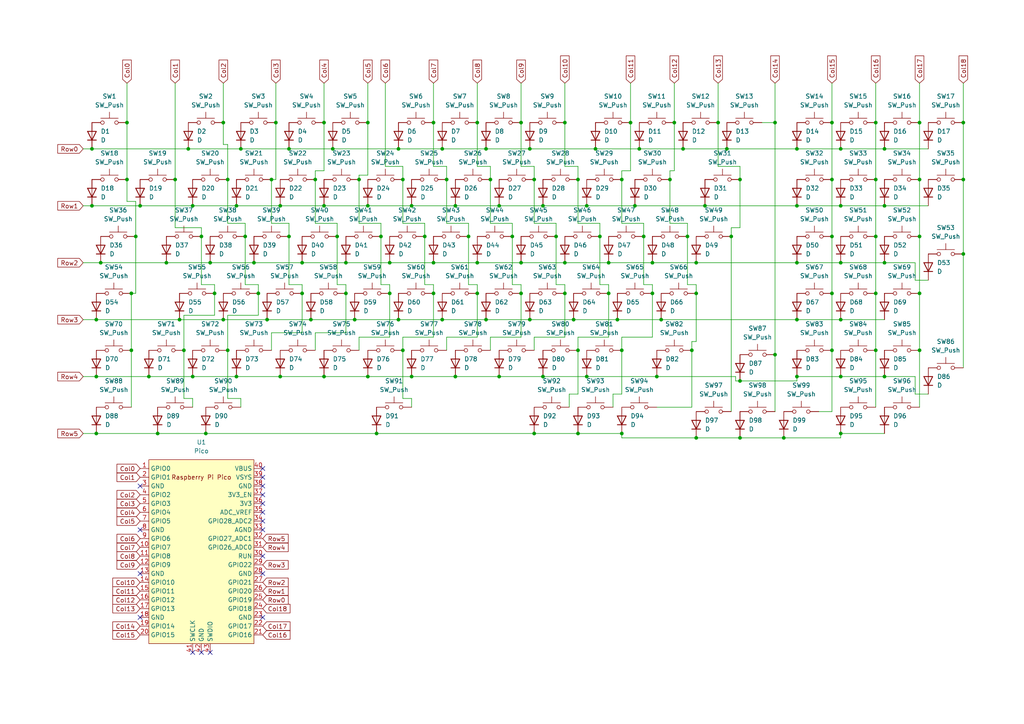
<source format=kicad_sch>
(kicad_sch (version 20241209) (generator "eeschema") (generator_version "8.99")
  (paper "A4")
  (title_block (title "Speedykeeb") (rev "1"))
  (lib_symbols
    (symbol "RP-Pico:Pico"
      (property "Reference" "U" (at -13.97 27.94 0))
      (property "Value" "Pico" (at 0 19.05 0))
      (symbol "Pico_0_0"
        (text "Raspberry Pi Pico" (at 0 21.59 0) (effects (font (size 1.27 1.27))))
      )
      (symbol "Pico_1_1"
        (pin bidirectional line (at -17.78 24.13 0) (length 2.54) (name "GPIO0") (number "1"))
        (pin bidirectional line (at -17.78 21.59 0) (length 2.54) (name "GPIO1") (number "2"))
        (pin power_in line (at -17.78 19.05 0) (length 2.54) (name "GND") (number "3"))
        (pin bidirectional line (at -17.78 16.51 0) (length 2.54) (name "GPIO2") (number "4"))
        (pin bidirectional line (at -17.78 13.97 0) (length 2.54) (name "GPIO3") (number "5"))
        (pin bidirectional line (at -17.78 11.43 0) (length 2.54) (name "GPIO4") (number "6"))
        (pin bidirectional line (at -17.78 8.89 0) (length 2.54) (name "GPIO5") (number "7"))
        (pin power_in line (at -17.78 6.35 0) (length 2.54) (name "GND") (number "8"))
        (pin bidirectional line (at -17.78 3.81 0) (length 2.54) (name "GPIO6") (number "9"))
        (pin bidirectional line (at -17.78 1.27 0) (length 2.54) (name "GPIO7") (number "10"))
        (pin bidirectional line (at -17.78 -1.27 0) (length 2.54) (name "GPIO8") (number "11"))
        (pin bidirectional line (at -17.78 -3.81 0) (length 2.54) (name "GPIO9") (number "12"))
        (pin power_in line (at -17.78 -6.35 0) (length 2.54) (name "GND") (number "13"))
        (pin bidirectional line (at -17.78 -8.89 0) (length 2.54) (name "GPIO10") (number "14"))
        (pin bidirectional line (at -17.78 -11.43 0) (length 2.54) (name "GPIO11") (number "15"))
        (pin bidirectional line (at -17.78 -13.97 0) (length 2.54) (name "GPIO12") (number "16"))
        (pin bidirectional line (at -17.78 -16.51 0) (length 2.54) (name "GPIO13") (number "17"))
        (pin power_in line (at -17.78 -19.05 0) (length 2.54) (name "GND") (number "18"))
        (pin bidirectional line (at -17.78 -21.59 0) (length 2.54) (name "GPIO14") (number "19"))
        (pin bidirectional line (at -17.78 -24.13 0) (length 2.54) (name "GPIO15") (number "20"))
        (pin input line (at -2.54 -29.21 90) (length 2.54) (name "SWCLK") (number "41"))
        (pin power_in line (at 0 -29.21 90) (length 2.54) (name "GND") (number "42"))
        (pin bidirectional line (at 2.54 -29.21 90) (length 2.54) (name "SWDIO") (number "43"))
        (pin power_in line (at 17.78 24.13 180) (length 2.54) (name "VBUS") (number "40"))
        (pin power_in line (at 17.78 21.59 180) (length 2.54) (name "VSYS") (number "39"))
        (pin bidirectional line (at 17.78 19.05 180) (length 2.54) (name "GND") (number "38"))
        (pin input line (at 17.78 16.51 180) (length 2.54) (name "3V3_EN") (number "37"))
        (pin power_in line (at 17.78 13.97 180) (length 2.54) (name "3V3") (number "36"))
        (pin power_in line (at 17.78 11.43 180) (length 2.54) (name "ADC_VREF") (number "35"))
        (pin bidirectional line (at 17.78 8.89 180) (length 2.54) (name "GPIO28_ADC2") (number "34"))
        (pin power_in line (at 17.78 6.35 180) (length 2.54) (name "AGND") (number "33"))
        (pin bidirectional line (at 17.78 3.81 180) (length 2.54) (name "GPIO27_ADC1") (number "32"))
        (pin bidirectional line (at 17.78 1.27 180) (length 2.54) (name "GPIO26_ADC0") (number "31"))
        (pin input line (at 17.78 -1.27 180) (length 2.54) (name "RUN") (number "30"))
        (pin bidirectional line (at 17.78 -3.81 180) (length 2.54) (name "GPIO22") (number "29"))
        (pin power_in line (at 17.78 -6.35 180) (length 2.54) (name "GND") (number "28"))
        (pin bidirectional line (at 17.78 -8.89 180) (length 2.54) (name "GPIO21") (number "27"))
        (pin bidirectional line (at 17.78 -11.43 180) (length 2.54) (name "GPIO20") (number "26"))
        (pin bidirectional line (at 17.78 -13.97 180) (length 2.54) (name "GPIO19") (number "25"))
        (pin bidirectional line (at 17.78 -16.51 180) (length 2.54) (name "GPIO18") (number "24"))
        (pin power_in line (at 17.78 -19.05 180) (length 2.54) (name "GND") (number "23"))
        (pin bidirectional line (at 17.78 -21.59 180) (length 2.54) (name "GPIO17") (number "22"))
        (pin bidirectional line (at 17.78 -24.13 180) (length 2.54) (name "GPIO16") (number "21"))
      )
    )
    (symbol "Switch:SW_Push" (pin_numbers (hide yes)) (pin_names (offset 1.016) (hide yes))
      (property "Reference" "SW" (at 1.27 2.54 0))
      (property "Value" "SW_Push" (at 0 -1.524 0))
      (symbol "SW_Push_0_1"
        (pin passive line (at -5.08 0 0) (length 2.54) (name "1") (number "1"))
        (pin passive line (at 5.08 0 180) (length 2.54) (name "2") (number "2"))
      )
    )
    (symbol "custom:D" (pin_numbers (hide yes)) (pin_names (offset 1.016) (hide yes))
      (property "Reference" "D" (at 0 2.54 0))
      (property "Value" "D" (at 0 -2.54 0))
      (symbol "D_1_1"
        (pin passive line (at -3.81 0 0) (length 2.54) (name "K") (number "K"))
        (pin passive line (at 3.81 0 180) (length 2.54) (name "A") (number "A"))
      )
    )
  )
  (junction (at 78.74 52.07))
  (junction (at 144.78 59.69))
  (junction (at 173.99 68.58))
  (junction (at 87.63 76.2))
  (junction (at 27.94 92.71))
  (junction (at 170.18 109.22))
  (junction (at 179.07 92.71))
  (junction (at 243.84 109.22))
  (junction (at 256.54 109.22))
  (junction (at 87.63 85.09))
  (junction (at 172.72 43.18))
  (junction (at 55.88 59.69))
  (junction (at 100.33 85.09))
  (junction (at 266.7 68.58))
  (junction (at 69.85 43.18))
  (junction (at 81.28 109.22))
  (junction (at 43.18 109.22))
  (junction (at 116.84 52.07))
  (junction (at 116.84 101.6))
  (junction (at 27.94 109.22))
  (junction (at 62.23 85.09))
  (junction (at 224.79 102.87))
  (junction (at 231.14 109.22))
  (junction (at 241.3 68.58))
  (junction (at 189.23 85.09))
  (junction (at 243.84 92.71))
  (junction (at 132.08 59.69))
  (junction (at 138.43 35.56))
  (junction (at 180.34 101.6))
  (junction (at 167.64 101.6))
  (junction (at 210.82 43.18))
  (junction (at 170.18 59.69))
  (junction (at 154.94 125.73))
  (junction (at 148.59 68.58))
  (junction (at 40.64 59.69))
  (junction (at 77.47 92.71))
  (junction (at 140.97 92.71))
  (junction (at 29.21 76.2))
  (junction (at 243.84 76.2))
  (junction (at 151.13 76.2))
  (junction (at 199.39 68.58))
  (junction (at 201.93 85.09))
  (junction (at 224.79 35.56))
  (junction (at 140.97 43.18))
  (junction (at 91.44 52.07))
  (junction (at 80.01 35.56))
  (junction (at 102.87 92.71))
  (junction (at 128.27 92.71))
  (junction (at 198.12 43.18))
  (junction (at 60.96 76.2))
  (junction (at 36.83 52.07))
  (junction (at 256.54 43.18))
  (junction (at 189.23 76.2))
  (junction (at 119.38 59.69))
  (junction (at 214.63 52.07))
  (junction (at 96.52 43.18))
  (junction (at 119.38 109.22))
  (junction (at 231.14 92.71))
  (junction (at 201.93 127))
  (junction (at 36.83 35.56))
  (junction (at 104.14 52.07))
  (junction (at 48.26 76.2))
  (junction (at 254 68.58))
  (junction (at 204.47 59.69))
  (junction (at 64.77 35.56))
  (junction (at 163.83 76.2))
  (junction (at 279.4 52.07))
  (junction (at 243.84 125.73))
  (junction (at 113.03 85.09))
  (junction (at 59.69 125.73))
  (junction (at 142.24 52.07))
  (junction (at 39.37 68.58))
  (junction (at 214.63 127))
  (junction (at 90.17 92.71))
  (junction (at 45.72 125.73))
  (junction (at 279.4 35.56))
  (junction (at 243.84 43.18))
  (junction (at 52.07 92.71))
  (junction (at 254 101.6))
  (junction (at 138.43 76.2))
  (junction (at 214.63 110.49))
  (junction (at 106.68 35.56))
  (junction (at 231.14 43.18))
  (junction (at 185.42 43.18))
  (junction (at 74.93 85.09))
  (junction (at 55.88 109.22))
  (junction (at 184.15 59.69))
  (junction (at 97.79 68.58))
  (junction (at 266.7 85.09))
  (junction (at 161.29 68.58))
  (junction (at 163.83 35.56))
  (junction (at 151.13 85.09))
  (junction (at 266.7 52.07))
  (junction (at 166.37 92.71))
  (junction (at 73.66 76.2))
  (junction (at 157.48 109.22))
  (junction (at 68.58 109.22))
  (junction (at 208.28 35.56))
  (junction (at 115.57 92.71))
  (junction (at 180.34 52.07))
  (junction (at 266.7 101.6))
  (junction (at 167.64 52.07))
  (junction (at 26.67 59.69))
  (junction (at 241.3 52.07))
  (junction (at 129.54 52.07))
  (junction (at 190.5 109.22))
  (junction (at 125.73 35.56))
  (junction (at 93.98 59.69))
  (junction (at 201.93 76.2))
  (junction (at 176.53 85.09))
  (junction (at 153.67 92.71))
  (junction (at 256.54 59.69))
  (junction (at 27.94 125.73))
  (junction (at 191.77 92.71))
  (junction (at 163.83 85.09))
  (junction (at 154.94 52.07))
  (junction (at 125.73 85.09))
  (junction (at 279.4 73.66))
  (junction (at 241.3 101.6))
  (junction (at 144.78 109.22))
  (junction (at 200.66 101.6))
  (junction (at 110.49 68.58))
  (junction (at 227.33 127))
  (junction (at 123.19 68.58))
  (junction (at 180.34 125.73))
  (junction (at 68.58 59.69))
  (junction (at 100.33 76.2))
  (junction (at 53.34 101.6))
  (junction (at 106.68 59.69))
  (junction (at 182.88 35.56))
  (junction (at 125.73 76.2))
  (junction (at 128.27 43.18))
  (junction (at 254 35.56))
  (junction (at 71.12 68.58))
  (junction (at 135.89 68.58))
  (junction (at 241.3 85.09))
  (junction (at 195.58 35.56))
  (junction (at 50.8 52.07))
  (junction (at 115.57 43.18))
  (junction (at 66.04 101.6))
  (junction (at 254 52.07))
  (junction (at 151.13 35.56))
  (junction (at 254 85.09))
  (junction (at 38.1 85.09))
  (junction (at 54.61 43.18))
  (junction (at 157.48 59.69))
  (junction (at 194.31 52.07))
  (junction (at 83.82 43.18))
  (junction (at 212.09 68.58))
  (junction (at 256.54 76.2))
  (junction (at 266.7 35.56))
  (junction (at 132.08 109.22))
  (junction (at 231.14 76.2))
  (junction (at 93.98 109.22))
  (junction (at 231.14 59.69))
  (junction (at 38.1 101.6))
  (junction (at 186.69 68.58))
  (junction (at 167.64 125.73))
  (junction (at 64.77 92.71))
  (junction (at 241.3 35.56))
  (junction (at 176.53 76.2))
  (junction (at 106.68 109.22))
  (junction (at 81.28 59.69))
  (junction (at 83.82 68.58))
  (junction (at 243.84 59.69))
  (junction (at 109.22 125.73))
  (junction (at 58.42 68.58))
  (junction (at 113.03 76.2))
  (junction (at 26.67 43.18))
  (junction (at 93.98 35.56))
  (junction (at 153.67 43.18))
  (junction (at 66.04 52.07))
  (junction (at 138.43 85.09))
  (no_connect (at 58.42 189.23))
  (no_connect (at 76.2 151.13))
  (no_connect (at 76.2 146.05))
  (no_connect (at 60.96 189.23))
  (no_connect (at 76.2 179.07))
  (no_connect (at 76.2 143.51))
  (no_connect (at 76.2 153.67))
  (no_connect (at 76.2 138.43))
  (no_connect (at 40.64 153.67))
  (no_connect (at 76.2 135.89))
  (no_connect (at 76.2 140.97))
  (no_connect (at 76.2 148.59))
  (no_connect (at 76.2 161.29))
  (no_connect (at 55.88 189.23))
  (no_connect (at 40.64 166.37))
  (no_connect (at 40.64 179.07))
  (no_connect (at 76.2 166.37))
  (no_connect (at 40.64 140.97))
  (wire (pts (xy 80.01 24.13) (xy 80.01 35.56)))
  (wire (pts (xy 116.84 115.57) (xy 119.38 115.57)))
  (wire (pts (xy 104.14 97.79) (xy 104.14 101.6)))
  (wire (pts (xy 243.84 92.71) (xy 256.54 92.71)))
  (wire (pts (xy 241.3 24.13) (xy 241.3 35.56)))
  (wire (pts (xy 135.89 82.55) (xy 138.43 82.55)))
  (wire (pts (xy 180.34 127) (xy 180.34 125.73)))
  (wire (pts (xy 100.33 96.52) (xy 91.44 96.52)))
  (wire (pts (xy 153.67 43.18) (xy 172.72 43.18)))
  (wire (pts (xy 176.53 97.79) (xy 167.64 97.79)))
  (wire (pts (xy 39.37 68.58) (xy 39.37 85.09)))
  (wire (pts (xy 78.74 52.07) (xy 78.74 64.77)))
  (wire (pts (xy 24.13 76.2) (xy 29.21 76.2)))
  (wire (pts (xy 243.84 127) (xy 243.84 125.73)))
  (wire (pts (xy 138.43 82.55) (xy 138.43 85.09)))
  (wire (pts (xy 69.85 115.57) (xy 69.85 118.11)))
  (wire (pts (xy 200.66 101.6) (xy 200.66 118.11)))
  (wire (pts (xy 208.28 35.56) (xy 208.28 48.26)))
  (wire (pts (xy 241.3 101.6) (xy 241.3 119.38)))
  (wire (pts (xy 154.94 125.73) (xy 167.64 125.73)))
  (wire (pts (xy 93.98 109.22) (xy 106.68 109.22)))
  (wire (pts (xy 220.98 35.56) (xy 224.79 35.56)))
  (wire (pts (xy 142.24 48.26) (xy 142.24 52.07)))
  (wire (pts (xy 180.34 64.77) (xy 186.69 64.77)))
  (wire (pts (xy 201.93 127) (xy 214.63 127)))
  (wire (pts (xy 214.63 110.49) (xy 231.14 110.49)))
  (wire (pts (xy 167.64 125.73) (xy 180.34 125.73)))
  (wire (pts (xy 66.04 101.6) (xy 66.04 115.57)))
  (wire (pts (xy 106.68 109.22) (xy 119.38 109.22)))
  (wire (pts (xy 27.94 109.22) (xy 43.18 109.22)))
  (wire (pts (xy 265.43 114.3) (xy 269.24 114.3)))
  (wire (pts (xy 125.73 82.55) (xy 125.73 85.09)))
  (wire (pts (xy 198.12 43.18) (xy 210.82 43.18)))
  (wire (pts (xy 243.84 125.73) (xy 256.54 125.73)))
  (wire (pts (xy 36.83 58.42) (xy 39.37 58.42)))
  (wire (pts (xy 200.66 118.11) (xy 190.5 118.11)))
  (wire (pts (xy 104.14 50.8) (xy 104.14 52.07)))
  (wire (pts (xy 151.13 35.56) (xy 151.13 48.26)))
  (wire (pts (xy 50.8 24.13) (xy 50.8 52.07)))
  (wire (pts (xy 66.04 52.07) (xy 66.04 64.77)))
  (wire (pts (xy 132.08 109.22) (xy 144.78 109.22)))
  (wire (pts (xy 148.59 82.55) (xy 151.13 82.55)))
  (wire (pts (xy 40.64 59.69) (xy 55.88 59.69)))
  (wire (pts (xy 194.31 52.07) (xy 194.31 64.77)))
  (wire (pts (xy 142.24 64.77) (xy 148.59 64.77)))
  (wire (pts (xy 116.84 48.26) (xy 116.84 52.07)))
  (wire (pts (xy 182.88 49.53) (xy 180.34 49.53)))
  (wire (pts (xy 266.7 35.56) (xy 266.7 52.07)))
  (wire (pts (xy 214.63 66.04) (xy 212.09 66.04)))
  (wire (pts (xy 77.47 92.71) (xy 90.17 92.71)))
  (wire (pts (xy 128.27 43.18) (xy 140.97 43.18)))
  (wire (pts (xy 148.59 64.77) (xy 148.59 68.58)))
  (wire (pts (xy 116.84 52.07) (xy 116.84 64.77)))
  (wire (pts (xy 111.76 48.26) (xy 116.84 48.26)))
  (wire (pts (xy 66.04 64.77) (xy 71.12 64.77)))
  (wire (pts (xy 151.13 97.79) (xy 142.24 97.79)))
  (wire (pts (xy 129.54 64.77) (xy 135.89 64.77)))
  (wire (pts (xy 186.69 82.55) (xy 189.23 82.55)))
  (wire (pts (xy 167.64 114.3) (xy 165.1 114.3)))
  (wire (pts (xy 176.53 85.09) (xy 176.53 97.79)))
  (wire (pts (xy 109.22 125.73) (xy 154.94 125.73)))
  (wire (pts (xy 26.67 59.69) (xy 40.64 59.69)))
  (wire (pts (xy 110.49 64.77) (xy 110.49 68.58)))
  (wire (pts (xy 180.34 97.79) (xy 180.34 101.6)))
  (wire (pts (xy 189.23 82.55) (xy 189.23 85.09)))
  (wire (pts (xy 243.84 43.18) (xy 256.54 43.18)))
  (wire (pts (xy 64.77 35.56) (xy 64.77 41.91)))
  (wire (pts (xy 24.13 92.71) (xy 27.94 92.71)))
  (wire (pts (xy 43.18 109.22) (xy 55.88 109.22)))
  (wire (pts (xy 39.37 58.42) (xy 39.37 68.58)))
  (wire (pts (xy 83.82 64.77) (xy 83.82 68.58)))
  (wire (pts (xy 154.94 52.07) (xy 154.94 64.77)))
  (wire (pts (xy 24.13 59.69) (xy 26.67 59.69)))
  (wire (pts (xy 161.29 82.55) (xy 163.83 82.55)))
  (wire (pts (xy 180.34 101.6) (xy 180.34 114.3)))
  (wire (pts (xy 106.68 24.13) (xy 106.68 35.56)))
  (wire (pts (xy 106.68 59.69) (xy 119.38 59.69)))
  (wire (pts (xy 144.78 109.22) (xy 157.48 109.22)))
  (wire (pts (xy 231.14 110.49) (xy 231.14 109.22)))
  (wire (pts (xy 194.31 64.77) (xy 199.39 64.77)))
  (wire (pts (xy 256.54 76.2) (xy 265.43 76.2)))
  (wire (pts (xy 36.83 35.56) (xy 36.83 52.07)))
  (wire (pts (xy 231.14 43.18) (xy 243.84 43.18)))
  (wire (pts (xy 180.34 127) (xy 201.93 127)))
  (wire (pts (xy 167.64 97.79) (xy 167.64 101.6)))
  (wire (pts (xy 83.82 82.55) (xy 87.63 82.55)))
  (wire (pts (xy 163.83 85.09) (xy 163.83 97.79)))
  (wire (pts (xy 116.84 64.77) (xy 123.19 64.77)))
  (wire (pts (xy 256.54 43.18) (xy 269.24 43.18)))
  (wire (pts (xy 151.13 48.26) (xy 154.94 48.26)))
  (wire (pts (xy 80.01 35.56) (xy 80.01 52.07)))
  (wire (pts (xy 214.63 127) (xy 227.33 127)))
  (wire (pts (xy 167.64 101.6) (xy 167.64 114.3)))
  (wire (pts (xy 195.58 49.53) (xy 194.31 49.53)))
  (wire (pts (xy 125.73 35.56) (xy 125.73 48.26)))
  (wire (pts (xy 194.31 49.53) (xy 194.31 52.07)))
  (wire (pts (xy 180.34 52.07) (xy 180.34 64.77)))
  (wire (pts (xy 90.17 92.71) (xy 102.87 92.71)))
  (wire (pts (xy 177.8 114.3) (xy 177.8 118.11)))
  (wire (pts (xy 55.88 109.22) (xy 68.58 109.22)))
  (wire (pts (xy 140.97 43.18) (xy 153.67 43.18)))
  (wire (pts (xy 68.58 59.69) (xy 81.28 59.69)))
  (wire (pts (xy 71.12 68.58) (xy 71.12 82.55)))
  (wire (pts (xy 176.53 82.55) (xy 176.53 85.09)))
  (wire (pts (xy 74.93 82.55) (xy 74.93 85.09)))
  (wire (pts (xy 154.94 64.77) (xy 161.29 64.77)))
  (wire (pts (xy 167.64 64.77) (xy 173.99 64.77)))
  (wire (pts (xy 24.13 43.18) (xy 26.67 43.18)))
  (wire (pts (xy 208.28 48.26) (xy 214.63 48.26)))
  (wire (pts (xy 241.3 68.58) (xy 241.3 85.09)))
  (wire (pts (xy 58.42 66.04) (xy 58.42 68.58)))
  (wire (pts (xy 199.39 68.58) (xy 199.39 82.55)))
  (wire (pts (xy 148.59 68.58) (xy 148.59 82.55)))
  (wire (pts (xy 58.42 68.58) (xy 58.42 82.55)))
  (wire (pts (xy 104.14 52.07) (xy 104.14 64.77)))
  (wire (pts (xy 173.99 64.77) (xy 173.99 68.58)))
  (wire (pts (xy 62.23 91.44) (xy 53.34 91.44)))
  (wire (pts (xy 151.13 85.09) (xy 151.13 97.79)))
  (wire (pts (xy 213.36 110.49) (xy 213.36 109.22)))
  (wire (pts (xy 224.79 35.56) (xy 224.79 102.87)))
  (wire (pts (xy 123.19 64.77) (xy 123.19 68.58)))
  (wire (pts (xy 151.13 24.13) (xy 151.13 35.56)))
  (wire (pts (xy 201.93 82.55) (xy 201.93 85.09)))
  (wire (pts (xy 93.98 24.13) (xy 93.98 35.56)))
  (wire (pts (xy 125.73 24.13) (xy 125.73 35.56)))
  (wire (pts (xy 256.54 59.69) (xy 269.24 59.69)))
  (wire (pts (xy 266.7 85.09) (xy 266.7 101.6)))
  (wire (pts (xy 113.03 85.09) (xy 113.03 97.79)))
  (wire (pts (xy 256.54 109.22) (xy 265.43 109.22)))
  (wire (pts (xy 186.69 68.58) (xy 186.69 82.55)))
  (wire (pts (xy 91.44 64.77) (xy 97.79 64.77)))
  (wire (pts (xy 128.27 92.71) (xy 140.97 92.71)))
  (wire (pts (xy 154.94 48.26) (xy 154.94 52.07)))
  (wire (pts (xy 115.57 92.71) (xy 128.27 92.71)))
  (wire (pts (xy 27.94 92.71) (xy 52.07 92.71)))
  (wire (pts (xy 80.01 52.07) (xy 78.74 52.07)))
  (wire (pts (xy 254 101.6) (xy 254 118.11)))
  (wire (pts (xy 48.26 76.2) (xy 60.96 76.2)))
  (wire (pts (xy 29.21 76.2) (xy 48.26 76.2)))
  (wire (pts (xy 74.93 91.44) (xy 66.04 91.44)))
  (wire (pts (xy 129.54 97.79) (xy 129.54 101.6)))
  (wire (pts (xy 93.98 49.53) (xy 91.44 49.53)))
  (wire (pts (xy 189.23 85.09) (xy 189.23 97.79)))
  (wire (pts (xy 110.49 68.58) (xy 110.49 82.55)))
  (wire (pts (xy 138.43 76.2) (xy 151.13 76.2)))
  (wire (pts (xy 142.24 52.07) (xy 142.24 64.77)))
  (wire (pts (xy 199.39 64.77) (xy 199.39 68.58)))
  (wire (pts (xy 113.03 82.55) (xy 113.03 85.09)))
  (wire (pts (xy 138.43 48.26) (xy 142.24 48.26)))
  (wire (pts (xy 163.83 35.56) (xy 163.83 48.26)))
  (wire (pts (xy 243.84 109.22) (xy 256.54 109.22)))
  (wire (pts (xy 71.12 82.55) (xy 74.93 82.55)))
  (wire (pts (xy 279.4 52.07) (xy 279.4 73.66)))
  (wire (pts (xy 179.07 92.71) (xy 191.77 92.71)))
  (wire (pts (xy 254 52.07) (xy 254 68.58)))
  (wire (pts (xy 189.23 97.79) (xy 180.34 97.79)))
  (wire (pts (xy 135.89 64.77) (xy 135.89 68.58)))
  (wire (pts (xy 265.43 81.28) (xy 269.24 81.28)))
  (wire (pts (xy 191.77 92.71) (xy 231.14 92.71)))
  (wire (pts (xy 36.83 52.07) (xy 36.83 58.42)))
  (wire (pts (xy 163.83 24.13) (xy 163.83 35.56)))
  (wire (pts (xy 157.48 109.22) (xy 170.18 109.22)))
  (wire (pts (xy 195.58 35.56) (xy 195.58 49.53)))
  (wire (pts (xy 204.47 59.69) (xy 231.14 59.69)))
  (wire (pts (xy 227.33 127) (xy 243.84 127)))
  (wire (pts (xy 157.48 59.69) (xy 170.18 59.69)))
  (wire (pts (xy 64.77 24.13) (xy 64.77 35.56)))
  (wire (pts (xy 74.93 85.09) (xy 74.93 91.44)))
  (wire (pts (xy 140.97 92.71) (xy 153.67 92.71)))
  (wire (pts (xy 62.23 82.55) (xy 62.23 85.09)))
  (wire (pts (xy 170.18 59.69) (xy 184.15 59.69)))
  (wire (pts (xy 119.38 59.69) (xy 132.08 59.69)))
  (wire (pts (xy 66.04 115.57) (xy 69.85 115.57)))
  (wire (pts (xy 241.3 85.09) (xy 241.3 101.6)))
  (wire (pts (xy 87.63 96.52) (xy 78.74 96.52)))
  (wire (pts (xy 189.23 76.2) (xy 201.93 76.2)))
  (wire (pts (xy 173.99 82.55) (xy 176.53 82.55)))
  (wire (pts (xy 195.58 24.13) (xy 195.58 35.56)))
  (wire (pts (xy 93.98 35.56) (xy 93.98 49.53)))
  (wire (pts (xy 125.73 97.79) (xy 116.84 97.79)))
  (wire (pts (xy 176.53 76.2) (xy 189.23 76.2)))
  (wire (pts (xy 38.1 101.6) (xy 38.1 118.11)))
  (wire (pts (xy 224.79 24.13) (xy 224.79 35.56)))
  (wire (pts (xy 36.83 24.13) (xy 36.83 35.56)))
  (wire (pts (xy 241.3 35.56) (xy 241.3 52.07)))
  (wire (pts (xy 102.87 92.71) (xy 115.57 92.71)))
  (wire (pts (xy 266.7 52.07) (xy 266.7 68.58)))
  (wire (pts (xy 142.24 97.79) (xy 142.24 101.6)))
  (wire (pts (xy 53.34 101.6) (xy 53.34 115.57)))
  (wire (pts (xy 52.07 92.71) (xy 64.77 92.71)))
  (wire (pts (xy 73.66 76.2) (xy 87.63 76.2)))
  (wire (pts (xy 186.69 64.77) (xy 186.69 68.58)))
  (wire (pts (xy 58.42 82.55) (xy 62.23 82.55)))
  (wire (pts (xy 115.57 43.18) (xy 128.27 43.18)))
  (wire (pts (xy 170.18 109.22) (xy 190.5 109.22)))
  (wire (pts (xy 254 85.09) (xy 254 101.6)))
  (wire (pts (xy 119.38 109.22) (xy 132.08 109.22)))
  (wire (pts (xy 182.88 35.56) (xy 182.88 49.53)))
  (wire (pts (xy 151.13 82.55) (xy 151.13 85.09)))
  (wire (pts (xy 110.49 82.55) (xy 113.03 82.55)))
  (wire (pts (xy 87.63 85.09) (xy 87.63 96.52)))
  (wire (pts (xy 97.79 82.55) (xy 100.33 82.55)))
  (wire (pts (xy 123.19 82.55) (xy 125.73 82.55)))
  (wire (pts (xy 243.84 59.69) (xy 256.54 59.69)))
  (wire (pts (xy 184.15 59.69) (xy 204.47 59.69)))
  (wire (pts (xy 199.39 82.55) (xy 201.93 82.55)))
  (wire (pts (xy 26.67 43.18) (xy 54.61 43.18)))
  (wire (pts (xy 166.37 92.71) (xy 179.07 92.71)))
  (wire (pts (xy 138.43 85.09) (xy 138.43 97.79)))
  (wire (pts (xy 279.4 35.56) (xy 279.4 52.07)))
  (wire (pts (xy 125.73 76.2) (xy 138.43 76.2)))
  (wire (pts (xy 125.73 48.26) (xy 129.54 48.26)))
  (wire (pts (xy 38.1 85.09) (xy 38.1 101.6)))
  (wire (pts (xy 100.33 82.55) (xy 100.33 85.09)))
  (wire (pts (xy 24.13 125.73) (xy 27.94 125.73)))
  (wire (pts (xy 135.89 68.58) (xy 135.89 82.55)))
  (wire (pts (xy 201.93 76.2) (xy 231.14 76.2)))
  (wire (pts (xy 212.09 66.04) (xy 212.09 68.58)))
  (wire (pts (xy 265.43 76.2) (xy 265.43 81.28)))
  (wire (pts (xy 208.28 24.13) (xy 208.28 35.56)))
  (wire (pts (xy 224.79 102.87) (xy 224.79 119.38)))
  (wire (pts (xy 231.14 76.2) (xy 243.84 76.2)))
  (wire (pts (xy 138.43 97.79) (xy 129.54 97.79)))
  (wire (pts (xy 180.34 114.3) (xy 177.8 114.3)))
  (wire (pts (xy 71.12 64.77) (xy 71.12 68.58)))
  (wire (pts (xy 81.28 109.22) (xy 93.98 109.22)))
  (wire (pts (xy 93.98 59.69) (xy 106.68 59.69)))
  (wire (pts (xy 182.88 24.13) (xy 182.88 35.56)))
  (wire (pts (xy 50.8 66.04) (xy 58.42 66.04)))
  (wire (pts (xy 53.34 115.57) (xy 55.88 115.57)))
  (wire (pts (xy 60.96 76.2) (xy 73.66 76.2)))
  (wire (pts (xy 214.63 52.07) (xy 214.63 66.04)))
  (wire (pts (xy 266.7 24.13) (xy 266.7 35.56)))
  (wire (pts (xy 231.14 92.71) (xy 243.84 92.71)))
  (wire (pts (xy 163.83 76.2) (xy 176.53 76.2)))
  (wire (pts (xy 231.14 109.22) (xy 243.84 109.22)))
  (wire (pts (xy 241.3 119.38) (xy 237.49 119.38)))
  (wire (pts (xy 161.29 64.77) (xy 161.29 68.58)))
  (wire (pts (xy 27.94 125.73) (xy 45.72 125.73)))
  (wire (pts (xy 190.5 109.22) (xy 213.36 109.22)))
  (wire (pts (xy 167.64 52.07) (xy 167.64 64.77)))
  (wire (pts (xy 214.63 48.26) (xy 214.63 52.07)))
  (wire (pts (xy 45.72 125.73) (xy 59.69 125.73)))
  (wire (pts (xy 231.14 59.69) (xy 243.84 59.69)))
  (wire (pts (xy 53.34 91.44) (xy 53.34 101.6)))
  (wire (pts (xy 91.44 52.07) (xy 91.44 64.77)))
  (wire (pts (xy 266.7 101.6) (xy 266.7 118.11)))
  (wire (pts (xy 163.83 82.55) (xy 163.83 85.09)))
  (wire (pts (xy 123.19 68.58) (xy 123.19 82.55)))
  (wire (pts (xy 78.74 64.77) (xy 83.82 64.77)))
  (wire (pts (xy 83.82 68.58) (xy 83.82 82.55)))
  (wire (pts (xy 138.43 35.56) (xy 138.43 48.26)))
  (wire (pts (xy 201.93 85.09) (xy 201.93 99.06)))
  (wire (pts (xy 66.04 91.44) (xy 66.04 101.6)))
  (wire (pts (xy 161.29 68.58) (xy 161.29 82.55)))
  (wire (pts (xy 125.73 85.09) (xy 125.73 97.79)))
  (wire (pts (xy 138.43 24.13) (xy 138.43 35.56)))
  (wire (pts (xy 113.03 97.79) (xy 104.14 97.79)))
  (wire (pts (xy 212.09 68.58) (xy 212.09 119.38)))
  (wire (pts (xy 24.13 109.22) (xy 27.94 109.22)))
  (wire (pts (xy 266.7 68.58) (xy 266.7 85.09)))
  (wire (pts (xy 97.79 68.58) (xy 97.79 82.55)))
  (wire (pts (xy 106.68 35.56) (xy 106.68 50.8)))
  (wire (pts (xy 50.8 52.07) (xy 50.8 66.04)))
  (wire (pts (xy 119.38 115.57) (xy 119.38 118.11)))
  (wire (pts (xy 55.88 59.69) (xy 68.58 59.69)))
  (wire (pts (xy 279.4 24.13) (xy 279.4 35.56)))
  (wire (pts (xy 129.54 52.07) (xy 129.54 64.77)))
  (wire (pts (xy 111.76 24.13) (xy 111.76 48.26)))
  (wire (pts (xy 241.3 52.07) (xy 241.3 68.58)))
  (wire (pts (xy 113.03 76.2) (xy 125.73 76.2)))
  (wire (pts (xy 213.36 110.49) (xy 214.63 110.49)))
  (wire (pts (xy 116.84 101.6) (xy 116.84 115.57)))
  (wire (pts (xy 66.04 41.91) (xy 66.04 52.07)))
  (wire (pts (xy 62.23 85.09) (xy 62.23 91.44)))
  (wire (pts (xy 116.84 97.79) (xy 116.84 101.6)))
  (wire (pts (xy 87.63 82.55) (xy 87.63 85.09)))
  (wire (pts (xy 151.13 76.2) (xy 163.83 76.2)))
  (wire (pts (xy 83.82 43.18) (xy 96.52 43.18)))
  (wire (pts (xy 173.99 68.58) (xy 173.99 82.55)))
  (wire (pts (xy 279.4 73.66) (xy 279.4 106.68)))
  (wire (pts (xy 132.08 59.69) (xy 144.78 59.69)))
  (wire (pts (xy 185.42 43.18) (xy 198.12 43.18)))
  (wire (pts (xy 201.93 99.06) (xy 200.66 99.06)))
  (wire (pts (xy 254 68.58) (xy 254 85.09)))
  (wire (pts (xy 64.77 41.91) (xy 66.04 41.91)))
  (wire (pts (xy 39.37 85.09) (xy 38.1 85.09)))
  (wire (pts (xy 59.69 125.73) (xy 109.22 125.73)))
  (wire (pts (xy 100.33 85.09) (xy 100.33 96.52)))
  (wire (pts (xy 200.66 99.06) (xy 200.66 101.6)))
  (wire (pts (xy 104.14 64.77) (xy 110.49 64.77)))
  (wire (pts (xy 106.68 50.8) (xy 104.14 50.8)))
  (wire (pts (xy 243.84 76.2) (xy 256.54 76.2)))
  (wire (pts (xy 97.79 64.77) (xy 97.79 68.58)))
  (wire (pts (xy 100.33 76.2) (xy 113.03 76.2)))
  (wire (pts (xy 172.72 43.18) (xy 185.42 43.18)))
  (wire (pts (xy 81.28 59.69) (xy 93.98 59.69)))
  (wire (pts (xy 154.94 97.79) (xy 154.94 101.6)))
  (wire (pts (xy 91.44 96.52) (xy 91.44 101.6)))
  (wire (pts (xy 163.83 48.26) (xy 167.64 48.26)))
  (wire (pts (xy 167.64 48.26) (xy 167.64 52.07)))
  (wire (pts (xy 78.74 96.52) (xy 78.74 101.6)))
  (wire (pts (xy 180.34 49.53) (xy 180.34 52.07)))
  (wire (pts (xy 144.78 59.69) (xy 157.48 59.69)))
  (wire (pts (xy 91.44 49.53) (xy 91.44 52.07)))
  (wire (pts (xy 210.82 43.18) (xy 231.14 43.18)))
  (wire (pts (xy 153.67 92.71) (xy 166.37 92.71)))
  (wire (pts (xy 163.83 97.79) (xy 154.94 97.79)))
  (wire (pts (xy 129.54 48.26) (xy 129.54 52.07)))
  (wire (pts (xy 68.58 109.22) (xy 81.28 109.22)))
  (wire (pts (xy 87.63 76.2) (xy 100.33 76.2)))
  (wire (pts (xy 265.43 109.22) (xy 265.43 114.3)))
  (wire (pts (xy 254 24.13) (xy 254 35.56)))
  (wire (pts (xy 64.77 92.71) (xy 77.47 92.71)))
  (wire (pts (xy 254 35.56) (xy 254 52.07)))
  (wire (pts (xy 55.88 115.57) (xy 55.88 118.11)))
  (wire (pts (xy 69.85 43.18) (xy 83.82 43.18)))
  (wire (pts (xy 165.1 114.3) (xy 165.1 118.11)))
  (wire (pts (xy 96.52 43.18) (xy 115.57 43.18)))
  (wire (pts (xy 54.61 43.18) (xy 69.85 43.18)))
  (global_label "Col14" (shape input) (at 40.64 181.61 180) (property "Intersheetrefs" "${INTERSHEET_REFS}" (effects (hide yes))))
  (global_label "Col6" (shape input) (at 111.76 24.13 90) (property "Intersheetrefs" "${INTERSHEET_REFS}" (effects (hide yes))))
  (global_label "Col16" (shape input) (at 76.2 184.15 0) (property "Intersheetrefs" "${INTERSHEET_REFS}" (effects (hide yes))))
  (global_label "Col9" (shape input) (at 40.64 163.83 180) (property "Intersheetrefs" "${INTERSHEET_REFS}" (effects (hide yes))))
  (global_label "Col10" (shape input) (at 163.83 24.13 90) (property "Intersheetrefs" "${INTERSHEET_REFS}" (effects (hide yes))))
  (global_label "Col0" (shape input) (at 40.64 135.89 180) (property "Intersheetrefs" "${INTERSHEET_REFS}" (effects (hide yes))))
  (global_label "Row5" (shape input) (at 76.2 156.21 0) (property "Intersheetrefs" "${INTERSHEET_REFS}" (effects (hide yes))))
  (global_label "Row3" (shape input) (at 76.2 163.83 0) (property "Intersheetrefs" "${INTERSHEET_REFS}" (effects (hide yes))))
  (global_label "Col0" (shape input) (at 36.83 24.13 90) (property "Intersheetrefs" "${INTERSHEET_REFS}" (effects (hide yes))))
  (global_label "Col1" (shape input) (at 50.8 24.13 90) (property "Intersheetrefs" "${INTERSHEET_REFS}" (effects (hide yes))))
  (global_label "Col12" (shape input) (at 40.64 173.99 180) (property "Intersheetrefs" "${INTERSHEET_REFS}" (effects (hide yes))))
  (global_label "Col2" (shape input) (at 40.64 143.51 180) (property "Intersheetrefs" "${INTERSHEET_REFS}" (effects (hide yes))))
  (global_label "Col14" (shape input) (at 224.79 24.13 90) (property "Intersheetrefs" "${INTERSHEET_REFS}" (effects (hide yes))))
  (global_label "Col15" (shape input) (at 241.3 24.13 90) (property "Intersheetrefs" "${INTERSHEET_REFS}" (effects (hide yes))))
  (global_label "Col6" (shape input) (at 40.64 156.21 180) (property "Intersheetrefs" "${INTERSHEET_REFS}" (effects (hide yes))))
  (global_label "Col5" (shape input) (at 40.64 151.13 180) (property "Intersheetrefs" "${INTERSHEET_REFS}" (effects (hide yes))))
  (global_label "Col10" (shape input) (at 40.64 168.91 180) (property "Intersheetrefs" "${INTERSHEET_REFS}" (effects (hide yes))))
  (global_label "Row1" (shape input) (at 24.13 59.69 180) (property "Intersheetrefs" "${INTERSHEET_REFS}" (effects (hide yes))))
  (global_label "Col5" (shape input) (at 106.68 24.13 90) (property "Intersheetrefs" "${INTERSHEET_REFS}" (effects (hide yes))))
  (global_label "Col13" (shape input) (at 40.64 176.53 180) (property "Intersheetrefs" "${INTERSHEET_REFS}" (effects (hide yes))))
  (global_label "Row2" (shape input) (at 76.2 168.91 0) (property "Intersheetrefs" "${INTERSHEET_REFS}" (effects (hide yes))))
  (global_label "Col3" (shape input) (at 80.01 24.13 90) (property "Intersheetrefs" "${INTERSHEET_REFS}" (effects (hide yes))))
  (global_label "Row2" (shape input) (at 24.13 76.2 180) (property "Intersheetrefs" "${INTERSHEET_REFS}" (effects (hide yes))))
  (global_label "Col18" (shape input) (at 279.4 24.13 90) (property "Intersheetrefs" "${INTERSHEET_REFS}" (effects (hide yes))))
  (global_label "Col11" (shape input) (at 40.64 171.45 180) (property "Intersheetrefs" "${INTERSHEET_REFS}" (effects (hide yes))))
  (global_label "Col8" (shape input) (at 138.43 24.13 90) (property "Intersheetrefs" "${INTERSHEET_REFS}" (effects (hide yes))))
  (global_label "Row5" (shape input) (at 24.13 125.73 180) (property "Intersheetrefs" "${INTERSHEET_REFS}" (effects (hide yes))))
  (global_label "Col4" (shape input) (at 40.64 148.59 180) (property "Intersheetrefs" "${INTERSHEET_REFS}" (effects (hide yes))))
  (global_label "Row3" (shape input) (at 24.13 92.71 180) (property "Intersheetrefs" "${INTERSHEET_REFS}" (effects (hide yes))))
  (global_label "Row1" (shape input) (at 76.2 171.45 0) (property "Intersheetrefs" "${INTERSHEET_REFS}" (effects (hide yes))))
  (global_label "Col4" (shape input) (at 93.98 24.13 90) (property "Intersheetrefs" "${INTERSHEET_REFS}" (effects (hide yes))))
  (global_label "Row0" (shape input) (at 24.13 43.18 180) (property "Intersheetrefs" "${INTERSHEET_REFS}" (effects (hide yes))))
  (global_label "Col9" (shape input) (at 151.13 24.13 90) (property "Intersheetrefs" "${INTERSHEET_REFS}" (effects (hide yes))))
  (global_label "Col12" (shape input) (at 195.58 24.13 90) (property "Intersheetrefs" "${INTERSHEET_REFS}" (effects (hide yes))))
  (global_label "Col15" (shape input) (at 40.64 184.15 180) (property "Intersheetrefs" "${INTERSHEET_REFS}" (effects (hide yes))))
  (global_label "Col11" (shape input) (at 182.88 24.13 90) (property "Intersheetrefs" "${INTERSHEET_REFS}" (effects (hide yes))))
  (global_label "Col8" (shape input) (at 40.64 161.29 180) (property "Intersheetrefs" "${INTERSHEET_REFS}" (effects (hide yes))))
  (global_label "Row0" (shape input) (at 76.2 173.99 0) (property "Intersheetrefs" "${INTERSHEET_REFS}" (effects (hide yes))))
  (global_label "Row4" (shape input) (at 76.2 158.75 0) (property "Intersheetrefs" "${INTERSHEET_REFS}" (effects (hide yes))))
  (global_label "Col18" (shape input) (at 76.2 176.53 0) (property "Intersheetrefs" "${INTERSHEET_REFS}" (effects (hide yes))))
  (global_label "Col17" (shape input) (at 266.7 24.13 90) (property "Intersheetrefs" "${INTERSHEET_REFS}" (effects (hide yes))))
  (global_label "Col17" (shape input) (at 76.2 181.61 0) (property "Intersheetrefs" "${INTERSHEET_REFS}" (effects (hide yes))))
  (global_label "Col13" (shape input) (at 208.28 24.13 90) (property "Intersheetrefs" "${INTERSHEET_REFS}" (effects (hide yes))))
  (global_label "Col7" (shape input) (at 125.73 24.13 90) (property "Intersheetrefs" "${INTERSHEET_REFS}" (effects (hide yes))))
  (global_label "Col7" (shape input) (at 40.64 158.75 180) (property "Intersheetrefs" "${INTERSHEET_REFS}" (effects (hide yes))))
  (global_label "Col2" (shape input) (at 64.77 24.13 90) (property "Intersheetrefs" "${INTERSHEET_REFS}" (effects (hide yes))))
  (global_label "Col16" (shape input) (at 254 24.13 90) (property "Intersheetrefs" "${INTERSHEET_REFS}" (effects (hide yes))))
  (global_label "Col1" (shape input) (at 40.64 138.43 180) (property "Intersheetrefs" "${INTERSHEET_REFS}" (effects (hide yes))))
  (global_label "Row4" (shape input) (at 24.13 109.22 180) (property "Intersheetrefs" "${INTERSHEET_REFS}" (effects (hide yes))))
  (global_label "Col3" (shape input) (at 40.64 146.05 180) (property "Intersheetrefs" "${INTERSHEET_REFS}" (effects (hide yes))))
  (symbol (lib_id "Switch:SW_Push") (at 114.3 118.11 0) (unit 1)
    (property "Reference" "SW91" (at 114.3 110.49 0))
    (property "Value" "SW_Push" (at 114.3 113.03 0))
    (property "Footprint" "PCM_Switch_Keyboard_Cherry_MX:SW_Cherry_MX_PCB_1.00u" (effects (hide yes)))
    (property "Description" "Push button switch, generic, two pins" (effects (hide yes)))
  )
  (symbol (lib_id "Switch:SW_Push") (at 60.96 101.6 0) (unit 1)
    (property "Reference" "SW72" (at 60.96 93.98 0))
    (property "Value" "SW_Push" (at 60.96 96.52 0))
    (property "Footprint" "PCM_Switch_Keyboard_Cherry_MX:SW_Cherry_MX_PCB_1.00u" (effects (hide yes)))
    (property "Description" "Push button switch, generic, two pins" (effects (hide yes)))
  )
  (symbol (lib_id "Switch:SW_Push") (at 207.01 68.58 0) (unit 1)
    (property "Reference" "SW49" (at 207.01 60.96 0))
    (property "Value" "SW_Push" (at 207.01 63.5 0))
    (property "Footprint" "PCM_Switch_Keyboard_Cherry_MX:SW_Cherry_MX_PCB_1.00u" (effects (hide yes)))
    (property "Description" "Push button switch, generic, two pins" (effects (hide yes)))
  )
  (symbol (lib_id "custom:D") (at 256.54 105.41 90) (unit 1)
    (property "Reference" "D85" (at 259.08 104.1399 90) (effects (justify right)))
    (property "Value" "D" (at 259.08 106.6799 90) (effects (justify right)))
    (property "Footprint" "custom:DIODE-1N4148 (1)" (effects (hide yes)))
    (property "Description" "Diode" (effects (hide yes)))
    (property "Sim.Device" "D" (effects (hide yes)))
    (property "Sim.Pins" "1=K 2=A" (effects (hide yes)))
  )
  (symbol (lib_id "custom:D") (at 256.54 72.39 90) (unit 1)
    (property "Reference" "D52" (at 259.08 71.1199 90) (effects (justify right)))
    (property "Value" "D" (at 259.08 73.6599 90) (effects (justify right)))
    (property "Footprint" "custom:DIODE-1N4148 (1)" (effects (hide yes)))
    (property "Description" "Diode" (effects (hide yes)))
    (property "Sim.Device" "D" (effects (hide yes)))
    (property "Sim.Pins" "1=K 2=A" (effects (hide yes)))
  )
  (symbol (lib_id "Switch:SW_Push") (at 73.66 101.6 0) (unit 1)
    (property "Reference" "SW73" (at 73.66 93.98 0))
    (property "Value" "SW_Push" (at 73.66 96.52 0))
    (property "Footprint" "PCM_Switch_Keyboard_Cherry_MX:SW_Cherry_MX_PCB_1.00u" (effects (hide yes)))
    (property "Description" "Push button switch, generic, two pins" (effects (hide yes)))
  )
  (symbol (lib_id "Switch:SW_Push") (at 88.9 35.56 0) (unit 1)
    (property "Reference" "SW4" (at 88.9 27.94 0))
    (property "Value" "SW_Push" (at 88.9 30.48 0))
    (property "Footprint" "PCM_Switch_Keyboard_Cherry_MX:SW_Cherry_MX_PCB_1.00u" (effects (hide yes)))
    (property "Description" "Push button switch, generic, two pins" (effects (hide yes)))
  )
  (symbol (lib_id "custom:D") (at 231.14 88.9 90) (unit 1)
    (property "Reference" "D67" (at 233.68 87.6299 90) (effects (justify right)))
    (property "Value" "D" (at 233.68 90.1699 90) (effects (justify right)))
    (property "Footprint" "custom:DIODE-1N4148 (1)" (effects (hide yes)))
    (property "Description" "Diode" (effects (hide yes)))
    (property "Sim.Device" "D" (effects (hide yes)))
    (property "Sim.Pins" "1=K 2=A" (effects (hide yes)))
  )
  (symbol (lib_id "Switch:SW_Push") (at 69.85 85.09 0) (unit 1)
    (property "Reference" "SW56" (at 69.85 77.47 0))
    (property "Value" "SW_Push" (at 69.85 80.01 0))
    (property "Footprint" "PCM_Switch_Keyboard_Cherry_MX:SW_Cherry_MX_PCB_1.00u" (effects (hide yes)))
    (property "Description" "Push button switch, generic, two pins" (effects (hide yes)))
  )
  (symbol (lib_id "custom:D") (at 153.67 88.9 90) (unit 1)
    (property "Reference" "D63" (at 156.21 87.6299 90) (effects (justify right)))
    (property "Value" "D" (at 156.21 90.1699 90) (effects (justify right)))
    (property "Footprint" "custom:DIODE-1N4148 (1)" (effects (hide yes)))
    (property "Description" "Diode" (effects (hide yes)))
    (property "Sim.Device" "D" (effects (hide yes)))
    (property "Sim.Pins" "1=K 2=A" (effects (hide yes)))
  )
  (symbol (lib_id "Switch:SW_Push") (at 64.77 118.11 0) (unit 1)
    (property "Reference" "SW90" (at 64.77 110.49 0))
    (property "Value" "SW_Push" (at 64.77 113.03 0))
    (property "Footprint" "PCM_Switch_Keyboard_Cherry_MX:SW_Cherry_MX_PCB_1.00u" (effects (hide yes)))
    (property "Description" "Push button switch, generic, two pins" (effects (hide yes)))
  )
  (symbol (lib_id "custom:D") (at 90.17 88.9 90) (unit 1)
    (property "Reference" "D58" (at 92.71 87.6299 90) (effects (justify right)))
    (property "Value" "D" (at 92.71 90.1699 90) (effects (justify right)))
    (property "Footprint" "custom:DIODE-1N4148 (1)" (effects (hide yes)))
    (property "Description" "Diode" (effects (hide yes)))
    (property "Sim.Device" "D" (effects (hide yes)))
    (property "Sim.Pins" "1=K 2=A" (effects (hide yes)))
  )
  (symbol (lib_id "Switch:SW_Push") (at 236.22 35.56 0) (unit 1)
    (property "Reference" "SW14" (at 236.22 27.94 0))
    (property "Value" "SW_Push" (at 236.22 30.48 0))
    (property "Footprint" "PCM_Switch_Keyboard_Cherry_MX:SW_Cherry_MX_PCB_1.00u" (effects (hide yes)))
    (property "Description" "Push button switch, generic, two pins" (effects (hide yes)))
  )
  (symbol (lib_id "Switch:SW_Push") (at 248.92 101.6 0) (unit 1)
    (property "Reference" "SW84" (at 248.92 93.98 0))
    (property "Value" "SW_Push" (at 248.92 96.52 0))
    (property "Footprint" "PCM_Switch_Keyboard_Cherry_MX:SW_Cherry_MX_PCB_1.00u" (effects (hide yes)))
    (property "Description" "Push button switch, generic, two pins" (effects (hide yes)))
  )
  (symbol (lib_id "Switch:SW_Push") (at 158.75 85.09 0) (unit 1)
    (property "Reference" "SW63" (at 158.75 77.47 0))
    (property "Value" "SW_Push" (at 158.75 80.01 0))
    (property "Footprint" "PCM_Switch_Keyboard_Cherry_MX:SW_Cherry_MX_PCB_1.00u" (effects (hide yes)))
    (property "Description" "Push button switch, generic, two pins" (effects (hide yes)))
  )
  (symbol (lib_id "custom:D") (at 29.21 72.39 90) (unit 1)
    (property "Reference" "D36" (at 31.75 71.1199 90) (effects (justify right)))
    (property "Value" "D" (at 31.75 73.6599 90) (effects (justify right)))
    (property "Footprint" "custom:DIODE-1N4148 (1)" (effects (hide yes)))
    (property "Description" "Diode" (effects (hide yes)))
    (property "Sim.Device" "D" (effects (hide yes)))
    (property "Sim.Pins" "1=K 2=A" (effects (hide yes)))
  )
  (symbol (lib_id "custom:D") (at 179.07 88.9 90) (unit 1)
    (property "Reference" "D65" (at 181.61 87.6299 90) (effects (justify right)))
    (property "Value" "D" (at 181.61 90.1699 90) (effects (justify right)))
    (property "Footprint" "custom:DIODE-1N4148 (1)" (effects (hide yes)))
    (property "Description" "Diode" (effects (hide yes)))
    (property "Sim.Device" "D" (effects (hide yes)))
    (property "Sim.Pins" "1=K 2=A" (effects (hide yes)))
  )
  (symbol (lib_id "Switch:SW_Push") (at 86.36 101.6 0) (unit 1)
    (property "Reference" "SW74" (at 86.36 93.98 0))
    (property "Value" "SW_Push" (at 86.36 96.52 0))
    (property "Footprint" "PCM_Switch_Keyboard_Cherry_MX:SW_Cherry_MX_PCB_1.00u" (effects (hide yes)))
    (property "Description" "Push button switch, generic, two pins" (effects (hide yes)))
  )
  (symbol (lib_id "custom:D") (at 201.93 72.39 90) (unit 1)
    (property "Reference" "D49" (at 204.47 71.1199 90) (effects (justify right)))
    (property "Value" "D" (at 204.47 73.6599 90) (effects (justify right)))
    (property "Footprint" "custom:DIODE-1N4148 (1)" (effects (hide yes)))
    (property "Description" "Diode" (effects (hide yes)))
    (property "Sim.Device" "D" (effects (hide yes)))
    (property "Sim.Pins" "1=K 2=A" (effects (hide yes)))
  )
  (symbol (lib_id "custom:D") (at 163.83 72.39 90) (unit 1)
    (property "Reference" "D46" (at 166.37 71.1199 90) (effects (justify right)))
    (property "Value" "D" (at 166.37 73.6599 90) (effects (justify right)))
    (property "Footprint" "custom:DIODE-1N4148 (1)" (effects (hide yes)))
    (property "Description" "Diode" (effects (hide yes)))
    (property "Sim.Device" "D" (effects (hide yes)))
    (property "Sim.Pins" "1=K 2=A" (effects (hide yes)))
  )
  (symbol (lib_id "Switch:SW_Push") (at 261.62 118.11 0) (unit 1)
    (property "Reference" "SW96" (at 261.62 110.49 0))
    (property "Value" "SW_Push" (at 261.62 113.03 0))
    (property "Footprint" "PCM_Switch_Keyboard_Cherry_MX:SW_Cherry_MX_PCB_1.00u" (effects (hide yes)))
    (property "Description" "Push button switch, generic, two pins" (effects (hide yes)))
  )
  (symbol (lib_id "Switch:SW_Push") (at 190.5 35.56 0) (unit 1)
    (property "Reference" "SW11" (at 190.5 27.94 0))
    (property "Value" "SW_Push" (at 190.5 30.48 0))
    (property "Footprint" "PCM_Switch_Keyboard_Cherry_MX:SW_Cherry_MX_PCB_1.00u" (effects (hide yes)))
    (property "Description" "Push button switch, generic, two pins" (effects (hide yes)))
  )
  (symbol (lib_id "Switch:SW_Push") (at 248.92 68.58 0) (unit 1)
    (property "Reference" "SW51" (at 248.92 60.96 0))
    (property "Value" "SW_Push" (at 248.92 63.5 0))
    (property "Footprint" "PCM_Switch_Keyboard_Cherry_MX:SW_Cherry_MX_PCB_1.00u" (effects (hide yes)))
    (property "Description" "Push button switch, generic, two pins" (effects (hide yes)))
  )
  (symbol (lib_id "custom:D") (at 172.72 39.37 90) (unit 1)
    (property "Reference" "D10" (at 175.26 38.0999 90) (effects (justify right)))
    (property "Value" "D" (at 175.26 40.6399 90) (effects (justify right)))
    (property "Footprint" "custom:DIODE-1N4148 (1)" (effects (hide yes)))
    (property "Description" "Diode" (effects (hide yes)))
    (property "Sim.Device" "D" (effects (hide yes)))
    (property "Sim.Pins" "1=K 2=A" (effects (hide yes)))
  )
  (symbol (lib_id "custom:D") (at 144.78 55.88 90) (unit 1)
    (property "Reference" "D27" (at 147.32 54.6099 90) (effects (justify right)))
    (property "Value" "D" (at 147.32 57.1499 90) (effects (justify right)))
    (property "Footprint" "custom:DIODE-1N4148 (1)" (effects (hide yes)))
    (property "Description" "Diode" (effects (hide yes)))
    (property "Sim.Device" "D" (effects (hide yes)))
    (property "Sim.Pins" "1=K 2=A" (effects (hide yes)))
  )
  (symbol (lib_id "custom:D") (at 64.77 88.9 90) (unit 1)
    (property "Reference" "D56" (at 67.31 87.6299 90) (effects (justify right)))
    (property "Value" "D" (at 67.31 90.1699 90) (effects (justify right)))
    (property "Footprint" "custom:DIODE-1N4148 (1)" (effects (hide yes)))
    (property "Description" "Diode" (effects (hide yes)))
    (property "Sim.Device" "D" (effects (hide yes)))
    (property "Sim.Pins" "1=K 2=A" (effects (hide yes)))
  )
  (symbol (lib_id "custom:D") (at 166.37 88.9 90) (unit 1)
    (property "Reference" "D64" (at 168.91 87.6299 90) (effects (justify right)))
    (property "Value" "D" (at 168.91 90.1699 90) (effects (justify right)))
    (property "Footprint" "custom:DIODE-1N4148 (1)" (effects (hide yes)))
    (property "Description" "Diode" (effects (hide yes)))
    (property "Sim.Device" "D" (effects (hide yes)))
    (property "Sim.Pins" "1=K 2=A" (effects (hide yes)))
  )
  (symbol (lib_id "custom:D") (at 109.22 121.92 90) (unit 1)
    (property "Reference" "D91" (at 111.76 120.6499 90) (effects (justify right)))
    (property "Value" "D" (at 111.76 123.1899 90) (effects (justify right)))
    (property "Footprint" "custom:DIODE-1N4148 (1)" (effects (hide yes)))
    (property "Description" "Diode" (effects (hide yes)))
    (property "Sim.Device" "D" (effects (hide yes)))
    (property "Sim.Pins" "1=K 2=A" (effects (hide yes)))
  )
  (symbol (lib_id "Switch:SW_Push") (at 53.34 68.58 0) (unit 1)
    (property "Reference" "SW37" (at 53.34 60.96 0))
    (property "Value" "SW_Push" (at 53.34 63.5 0))
    (property "Footprint" "PCM_Switch_Keyboard_Cherry_MX:SW_Cherry_MX_PCB_1.00u" (effects (hide yes)))
    (property "Description" "Push button switch, generic, two pins" (effects (hide yes)))
  )
  (symbol (lib_id "Switch:SW_Push") (at 194.31 68.58 0) (unit 1)
    (property "Reference" "SW48" (at 194.31 60.96 0))
    (property "Value" "SW_Push" (at 194.31 63.5 0))
    (property "Footprint" "PCM_Switch_Keyboard_Cherry_MX:SW_Cherry_MX_PCB_1.00u" (effects (hide yes)))
    (property "Description" "Push button switch, generic, two pins" (effects (hide yes)))
  )
  (symbol (lib_id "Switch:SW_Push") (at 248.92 52.07 0) (unit 1)
    (property "Reference" "SW33" (at 248.92 44.45 0))
    (property "Value" "SW_Push" (at 248.92 46.99 0))
    (property "Footprint" "PCM_Switch_Keyboard_Cherry_MX:SW_Cherry_MX_PCB_1.00u" (effects (hide yes)))
    (property "Description" "Push button switch, generic, two pins" (effects (hide yes)))
  )
  (symbol (lib_id "Switch:SW_Push") (at 118.11 68.58 0) (unit 1)
    (property "Reference" "SW42" (at 118.11 60.96 0))
    (property "Value" "SW_Push" (at 118.11 63.5 0))
    (property "Footprint" "PCM_Switch_Keyboard_Cherry_MX:SW_Cherry_MX_PCB_1.00u" (effects (hide yes)))
    (property "Description" "Push button switch, generic, two pins" (effects (hide yes)))
  )
  (symbol (lib_id "Switch:SW_Push") (at 50.8 118.11 0) (unit 1)
    (property "Reference" "SW89" (at 50.8 110.49 0))
    (property "Value" "SW_Push" (at 50.8 113.03 0))
    (property "Footprint" "PCM_Switch_Keyboard_Cherry_MX:SW_Cherry_MX_PCB_1.00u" (effects (hide yes)))
    (property "Description" "Push button switch, generic, two pins" (effects (hide yes)))
  )
  (symbol (lib_id "Switch:SW_Push") (at 189.23 52.07 0) (unit 1)
    (property "Reference" "SW30" (at 189.23 44.45 0))
    (property "Value" "SW_Push" (at 189.23 46.99 0))
    (property "Footprint" "PCM_Switch_Keyboard_Cherry_MX:SW_Cherry_MX_PCB_1.00u" (effects (hide yes)))
    (property "Description" "Push button switch, generic, two pins" (effects (hide yes)))
  )
  (symbol (lib_id "custom:D") (at 198.12 39.37 90) (unit 1)
    (property "Reference" "D12" (at 200.66 38.0999 90) (effects (justify right)))
    (property "Value" "D" (at 200.66 40.6399 90) (effects (justify right)))
    (property "Footprint" "custom:DIODE-1N4148 (1)" (effects (hide yes)))
    (property "Description" "Diode" (effects (hide yes)))
    (property "Sim.Device" "D" (effects (hide yes)))
    (property "Sim.Pins" "1=K 2=A" (effects (hide yes)))
  )
  (symbol (lib_id "Switch:SW_Push") (at 158.75 35.56 0) (unit 1)
    (property "Reference" "SW9" (at 158.75 27.94 0))
    (property "Value" "SW_Push" (at 158.75 30.48 0))
    (property "Footprint" "PCM_Switch_Keyboard_Cherry_MX:SW_Cherry_MX_PCB_1.00u" (effects (hide yes)))
    (property "Description" "Push button switch, generic, two pins" (effects (hide yes)))
  )
  (symbol (lib_id "Switch:SW_Push") (at 120.65 85.09 0) (unit 1)
    (property "Reference" "SW60" (at 120.65 77.47 0))
    (property "Value" "SW_Push" (at 120.65 80.01 0))
    (property "Footprint" "PCM_Switch_Keyboard_Cherry_MX:SW_Cherry_MX_PCB_1.00u" (effects (hide yes)))
    (property "Description" "Push button switch, generic, two pins" (effects (hide yes)))
  )
  (symbol (lib_id "custom:D") (at 227.33 123.19 90) (unit 1)
    (property "Reference" "D99" (at 229.87 121.9199 90) (effects (justify right)))
    (property "Value" "D" (at 229.87 124.4599 90) (effects (justify right)))
    (property "Footprint" "custom:DIODE-1N4148 (1)" (effects (hide yes)))
    (property "Description" "Diode" (effects (hide yes)))
    (property "Sim.Device" "D" (effects (hide yes)))
    (property "Sim.Pins" "1=K 2=A" (effects (hide yes)))
  )
  (symbol (lib_id "custom:D") (at 106.68 105.41 90) (unit 1)
    (property "Reference" "D76" (at 109.22 104.1399 90) (effects (justify right)))
    (property "Value" "D" (at 109.22 106.6799 90) (effects (justify right)))
    (property "Footprint" "custom:DIODE-1N4148 (1)" (effects (hide yes)))
    (property "Description" "Diode" (effects (hide yes)))
    (property "Sim.Device" "D" (effects (hide yes)))
    (property "Sim.Pins" "1=K 2=A" (effects (hide yes)))
  )
  (symbol (lib_id "Switch:SW_Push") (at 274.32 52.07 0) (unit 1)
    (property "Reference" "SW35" (at 274.32 44.45 0))
    (property "Value" "SW_Push" (at 274.32 46.99 0))
    (property "Footprint" "PCM_Switch_Keyboard_Cherry_MX:SW_Cherry_MX_PCB_1.00u" (effects (hide yes)))
    (property "Description" "Push button switch, generic, two pins" (effects (hide yes)))
  )
  (symbol (lib_id "custom:D") (at 204.47 55.88 90) (unit 1)
    (property "Reference" "D31" (at 207.01 54.6099 90) (effects (justify right)))
    (property "Value" "D" (at 207.01 57.1499 90) (effects (justify right)))
    (property "Footprint" "custom:DIODE-1N4148 (1)" (effects (hide yes)))
    (property "Description" "Diode" (effects (hide yes)))
    (property "Sim.Device" "D" (effects (hide yes)))
    (property "Sim.Pins" "1=K 2=A" (effects (hide yes)))
  )
  (symbol (lib_id "Switch:SW_Push") (at 111.76 52.07 0) (unit 1)
    (property "Reference" "SW24" (at 111.76 44.45 0))
    (property "Value" "SW_Push" (at 111.76 46.99 0))
    (property "Footprint" "PCM_Switch_Keyboard_Cherry_MX:SW_Cherry_MX_PCB_1.00u" (effects (hide yes)))
    (property "Description" "Push button switch, generic, two pins" (effects (hide yes)))
  )
  (symbol (lib_id "custom:D") (at 243.84 105.41 90) (unit 1)
    (property "Reference" "D84" (at 246.38 104.1399 90) (effects (justify right)))
    (property "Value" "D" (at 246.38 106.6799 90) (effects (justify right)))
    (property "Footprint" "custom:DIODE-1N4148 (1)" (effects (hide yes)))
    (property "Description" "Diode" (effects (hide yes)))
    (property "Sim.Device" "D" (effects (hide yes)))
    (property "Sim.Pins" "1=K 2=A" (effects (hide yes)))
  )
  (symbol (lib_id "custom:D") (at 269.24 55.88 90) (unit 1)
    (property "Reference" "D35" (at 271.78 54.6099 90) (effects (justify right)))
    (property "Value" "D" (at 271.78 57.1499 90) (effects (justify right)))
    (property "Footprint" "custom:DIODE-1N4148 (1)" (effects (hide yes)))
    (property "Description" "Diode" (effects (hide yes)))
    (property "Sim.Device" "D" (effects (hide yes)))
    (property "Sim.Pins" "1=K 2=A" (effects (hide yes)))
  )
  (symbol (lib_id "Switch:SW_Push") (at 162.56 52.07 0) (unit 1)
    (property "Reference" "SW28" (at 162.56 44.45 0))
    (property "Value" "SW_Push" (at 162.56 46.99 0))
    (property "Footprint" "PCM_Switch_Keyboard_Cherry_MX:SW_Cherry_MX_PCB_1.00u" (effects (hide yes)))
    (property "Description" "Push button switch, generic, two pins" (effects (hide yes)))
  )
  (symbol (lib_id "Switch:SW_Push") (at 261.62 52.07 0) (unit 1)
    (property "Reference" "SW34" (at 261.62 44.45 0))
    (property "Value" "SW_Push" (at 261.62 46.99 0))
    (property "Footprint" "PCM_Switch_Keyboard_Cherry_MX:SW_Cherry_MX_PCB_1.00u" (effects (hide yes)))
    (property "Description" "Push button switch, generic, two pins" (effects (hide yes)))
  )
  (symbol (lib_id "custom:D") (at 132.08 55.88 90) (unit 1)
    (property "Reference" "D26" (at 134.62 54.6099 90) (effects (justify right)))
    (property "Value" "D" (at 134.62 57.1499 90) (effects (justify right)))
    (property "Footprint" "custom:DIODE-1N4148 (1)" (effects (hide yes)))
    (property "Description" "Diode" (effects (hide yes)))
    (property "Sim.Device" "D" (effects (hide yes)))
    (property "Sim.Pins" "1=K 2=A" (effects (hide yes)))
  )
  (symbol (lib_id "Switch:SW_Push") (at 236.22 101.6 0) (unit 1)
    (property "Reference" "SW83" (at 236.22 93.98 0))
    (property "Value" "SW_Push" (at 236.22 96.52 0))
    (property "Footprint" "PCM_Switch_Keyboard_Cherry_MX:SW_Cherry_MX_PCB_1.00u" (effects (hide yes)))
    (property "Description" "Push button switch, generic, two pins" (effects (hide yes)))
  )
  (symbol (lib_id "custom:D") (at 214.63 106.68 90) (unit 1)
    (property "Reference" "D87" (at 217.17 105.4099 90) (effects (justify right)))
    (property "Value" "D" (at 217.17 107.9499 90) (effects (justify right)))
    (property "Footprint" "custom:DIODE-1N4148 (1)" (effects (hide yes)))
    (property "Description" "Diode" (effects (hide yes)))
    (property "Sim.Device" "D" (effects (hide yes)))
    (property "Sim.Pins" "1=K 2=A" (effects (hide yes)))
  )
  (symbol (lib_id "custom:D") (at 73.66 72.39 90) (unit 1)
    (property "Reference" "D39" (at 76.2 71.1199 90) (effects (justify right)))
    (property "Value" "D" (at 76.2 73.6599 90) (effects (justify right)))
    (property "Footprint" "custom:DIODE-1N4148 (1)" (effects (hide yes)))
    (property "Description" "Diode" (effects (hide yes)))
    (property "Sim.Device" "D" (effects (hide yes)))
    (property "Sim.Pins" "1=K 2=A" (effects (hide yes)))
  )
  (symbol (lib_id "Switch:SW_Push") (at 274.32 35.56 0) (unit 1)
    (property "Reference" "SW17" (at 274.32 27.94 0))
    (property "Value" "SW_Push" (at 274.32 30.48 0))
    (property "Footprint" "PCM_Switch_Keyboard_Cherry_MX:SW_Cherry_MX_PCB_1.00u" (effects (hide yes)))
    (property "Description" "Push button switch, generic, two pins" (effects (hide yes)))
  )
  (symbol (lib_id "custom:D") (at 256.54 88.9 90) (unit 1)
    (property "Reference" "D69" (at 259.08 87.6299 90) (effects (justify right)))
    (property "Value" "D" (at 259.08 90.1699 90) (effects (justify right)))
    (property "Footprint" "custom:DIODE-1N4148 (1)" (effects (hide yes)))
    (property "Description" "Diode" (effects (hide yes)))
    (property "Sim.Device" "D" (effects (hide yes)))
    (property "Sim.Pins" "1=K 2=A" (effects (hide yes)))
  )
  (symbol (lib_id "Switch:SW_Push") (at 33.02 85.09 0) (unit 1)
    (property "Reference" "SW54" (at 33.02 77.47 0))
    (property "Value" "SW_Push" (at 33.02 80.01 0))
    (property "Footprint" "PCM_Switch_Keyboard_Cherry_MX:SW_Cherry_MX_PCB_1.00u" (effects (hide yes)))
    (property "Description" "Push button switch, generic, two pins" (effects (hide yes)))
  )
  (symbol (lib_id "custom:D") (at 243.84 121.92 90) (unit 1)
    (property "Reference" "D95" (at 246.38 120.6499 90) (effects (justify right)))
    (property "Value" "D" (at 246.38 123.1899 90) (effects (justify right)))
    (property "Footprint" "custom:DIODE-1N4148 (1)" (effects (hide yes)))
    (property "Description" "Diode" (effects (hide yes)))
    (property "Sim.Device" "D" (effects (hide yes)))
    (property "Sim.Pins" "1=K 2=A" (effects (hide yes)))
  )
  (symbol (lib_id "custom:D") (at 26.67 39.37 90) (unit 1)
    (property "Reference" "D1" (at 29.21 38.0999 90) (effects (justify right)))
    (property "Value" "D" (at 29.21 40.6399 90) (effects (justify right)))
    (property "Footprint" "custom:DIODE-1N4148 (1)" (effects (hide yes)))
    (property "Description" "Diode" (effects (hide yes)))
    (property "Sim.Device" "D" (effects (hide yes)))
    (property "Sim.Pins" "1=K 2=A" (effects (hide yes)))
  )
  (symbol (lib_id "custom:D") (at 27.94 121.92 90) (unit 1)
    (property "Reference" "D88" (at 30.48 120.6499 90) (effects (justify right)))
    (property "Value" "D" (at 30.48 123.1899 90) (effects (justify right)))
    (property "Footprint" "custom:DIODE-1N4148 (1)" (effects (hide yes)))
    (property "Description" "Diode" (effects (hide yes)))
    (property "Sim.Device" "D" (effects (hide yes)))
    (property "Sim.Pins" "1=K 2=A" (effects (hide yes)))
  )
  (symbol (lib_id "custom:D") (at 191.77 88.9 90) (unit 1)
    (property "Reference" "D66" (at 194.31 87.6299 90) (effects (justify right)))
    (property "Value" "D" (at 194.31 90.1699 90) (effects (justify right)))
    (property "Footprint" "custom:DIODE-1N4148 (1)" (effects (hide yes)))
    (property "Description" "Diode" (effects (hide yes)))
    (property "Sim.Device" "D" (effects (hide yes)))
    (property "Sim.Pins" "1=K 2=A" (effects (hide yes)))
  )
  (symbol (lib_id "Switch:SW_Push") (at 34.29 68.58 0) (unit 1)
    (property "Reference" "SW36" (at 34.29 60.96 0))
    (property "Value" "SW_Push" (at 34.29 63.5 0))
    (property "Footprint" "PCM_Switch_Keyboard_Cherry_MX:SW_Cherry_MX_PCB_1.00u" (effects (hide yes)))
    (property "Description" "Push button switch, generic, two pins" (effects (hide yes)))
  )
  (symbol (lib_id "custom:D") (at 81.28 55.88 90) (unit 1)
    (property "Reference" "D22" (at 83.82 54.6099 90) (effects (justify right)))
    (property "Value" "D" (at 83.82 57.1499 90) (effects (justify right)))
    (property "Footprint" "custom:DIODE-1N4148 (1)" (effects (hide yes)))
    (property "Description" "Diode" (effects (hide yes)))
    (property "Sim.Device" "D" (effects (hide yes)))
    (property "Sim.Pins" "1=K 2=A" (effects (hide yes)))
  )
  (symbol (lib_id "Switch:SW_Push") (at 149.86 52.07 0) (unit 1)
    (property "Reference" "SW27" (at 149.86 44.45 0))
    (property "Value" "SW_Push" (at 149.86 46.99 0))
    (property "Footprint" "PCM_Switch_Keyboard_Cherry_MX:SW_Cherry_MX_PCB_1.00u" (effects (hide yes)))
    (property "Description" "Push button switch, generic, two pins" (effects (hide yes)))
  )
  (symbol (lib_id "custom:D") (at 59.69 121.92 90) (unit 1)
    (property "Reference" "D90" (at 62.23 120.6499 90) (effects (justify right)))
    (property "Value" "D" (at 62.23 123.1899 90) (effects (justify right)))
    (property "Footprint" "custom:DIODE-1N4148 (1)" (effects (hide yes)))
    (property "Description" "Diode" (effects (hide yes)))
    (property "Sim.Device" "D" (effects (hide yes)))
    (property "Sim.Pins" "1=K 2=A" (effects (hide yes)))
  )
  (symbol (lib_id "Switch:SW_Push") (at 261.62 101.6 0) (unit 1)
    (property "Reference" "SW85" (at 261.62 93.98 0))
    (property "Value" "SW_Push" (at 261.62 96.52 0))
    (property "Footprint" "PCM_Switch_Keyboard_Cherry_MX:SW_Cherry_MX_PCB_1.00u" (effects (hide yes)))
    (property "Description" "Push button switch, generic, two pins" (effects (hide yes)))
  )
  (symbol (lib_id "Switch:SW_Push") (at 184.15 85.09 0) (unit 1)
    (property "Reference" "SW65" (at 184.15 77.47 0))
    (property "Value" "SW_Push" (at 184.15 80.01 0))
    (property "Footprint" "PCM_Switch_Keyboard_Cherry_MX:SW_Cherry_MX_PCB_1.00u" (effects (hide yes)))
    (property "Description" "Push button switch, generic, two pins" (effects (hide yes)))
  )
  (symbol (lib_id "custom:D") (at 55.88 105.41 90) (unit 1)
    (property "Reference" "D72" (at 58.42 104.1399 90) (effects (justify right)))
    (property "Value" "D" (at 58.42 106.6799 90) (effects (justify right)))
    (property "Footprint" "custom:DIODE-1N4148 (1)" (effects (hide yes)))
    (property "Description" "Diode" (effects (hide yes)))
    (property "Sim.Device" "D" (effects (hide yes)))
    (property "Sim.Pins" "1=K 2=A" (effects (hide yes)))
  )
  (symbol (lib_id "Switch:SW_Push") (at 219.71 119.38 0) (unit 1)
    (property "Reference" "SW98" (at 219.71 111.76 0))
    (property "Value" "SW_Push" (at 219.71 114.3 0))
    (property "Footprint" "PCM_Switch_Keyboard_Cherry_MX:SW_Cherry_MX_PCB_1.00u" (effects (hide yes)))
    (property "Description" "Push button switch, generic, two pins" (effects (hide yes)))
  )
  (symbol (lib_id "Switch:SW_Push") (at 137.16 101.6 0) (unit 1)
    (property "Reference" "SW78" (at 137.16 93.98 0))
    (property "Value" "SW_Push" (at 137.16 96.52 0))
    (property "Footprint" "PCM_Switch_Keyboard_Cherry_MX:SW_Cherry_MX_PCB_1.00u" (effects (hide yes)))
    (property "Description" "Push button switch, generic, two pins" (effects (hide yes)))
  )
  (symbol (lib_id "Switch:SW_Push") (at 78.74 68.58 0) (unit 1)
    (property "Reference" "SW39" (at 78.74 60.96 0))
    (property "Value" "SW_Push" (at 78.74 63.5 0))
    (property "Footprint" "PCM_Switch_Keyboard_Cherry_MX:SW_Cherry_MX_PCB_1.00u" (effects (hide yes)))
    (property "Description" "Push button switch, generic, two pins" (effects (hide yes)))
  )
  (symbol (lib_id "custom:D") (at 185.42 39.37 90) (unit 1)
    (property "Reference" "D11" (at 187.96 38.0999 90) (effects (justify right)))
    (property "Value" "D" (at 187.96 40.6399 90) (effects (justify right)))
    (property "Footprint" "custom:DIODE-1N4148 (1)" (effects (hide yes)))
    (property "Description" "Diode" (effects (hide yes)))
    (property "Sim.Device" "D" (effects (hide yes)))
    (property "Sim.Pins" "1=K 2=A" (effects (hide yes)))
  )
  (symbol (lib_id "custom:D") (at 69.85 39.37 90) (unit 1)
    (property "Reference" "D3" (at 72.39 38.0999 90) (effects (justify right)))
    (property "Value" "D" (at 72.39 40.6399 90) (effects (justify right)))
    (property "Footprint" "custom:DIODE-1N4148 (1)" (effects (hide yes)))
    (property "Description" "Diode" (effects (hide yes)))
    (property "Sim.Device" "D" (effects (hide yes)))
    (property "Sim.Pins" "1=K 2=A" (effects (hide yes)))
  )
  (symbol (lib_id "Switch:SW_Push") (at 82.55 85.09 0) (unit 1)
    (property "Reference" "SW57" (at 82.55 77.47 0))
    (property "Value" "SW_Push" (at 82.55 80.01 0))
    (property "Footprint" "PCM_Switch_Keyboard_Cherry_MX:SW_Cherry_MX_PCB_1.00u" (effects (hide yes)))
    (property "Description" "Push button switch, generic, two pins" (effects (hide yes)))
  )
  (symbol (lib_id "custom:D") (at 113.03 72.39 90) (unit 1)
    (property "Reference" "D42" (at 115.57 71.1199 90) (effects (justify right)))
    (property "Value" "D" (at 115.57 73.6599 90) (effects (justify right)))
    (property "Footprint" "custom:DIODE-1N4148 (1)" (effects (hide yes)))
    (property "Description" "Diode" (effects (hide yes)))
    (property "Sim.Device" "D" (effects (hide yes)))
    (property "Sim.Pins" "1=K 2=A" (effects (hide yes)))
  )
  (symbol (lib_id "custom:D") (at 81.28 105.41 90) (unit 1)
    (property "Reference" "D74" (at 83.82 104.1399 90) (effects (justify right)))
    (property "Value" "D" (at 83.82 106.6799 90) (effects (justify right)))
    (property "Footprint" "custom:DIODE-1N4148 (1)" (effects (hide yes)))
    (property "Description" "Diode" (effects (hide yes)))
    (property "Sim.Device" "D" (effects (hide yes)))
    (property "Sim.Pins" "1=K 2=A" (effects (hide yes)))
  )
  (symbol (lib_id "Switch:SW_Push") (at 99.06 52.07 0) (unit 1)
    (property "Reference" "SW23" (at 99.06 44.45 0))
    (property "Value" "SW_Push" (at 99.06 46.99 0))
    (property "Footprint" "PCM_Switch_Keyboard_Cherry_MX:SW_Cherry_MX_PCB_1.00u" (effects (hide yes)))
    (property "Description" "Push button switch, generic, two pins" (effects (hide yes)))
  )
  (symbol (lib_id "custom:D") (at 243.84 39.37 90) (unit 1)
    (property "Reference" "D15" (at 246.38 38.0999 90) (effects (justify right)))
    (property "Value" "D" (at 246.38 40.6399 90) (effects (justify right)))
    (property "Footprint" "custom:DIODE-1N4148 (1)" (effects (hide yes)))
    (property "Description" "Diode" (effects (hide yes)))
    (property "Sim.Device" "D" (effects (hide yes)))
    (property "Sim.Pins" "1=K 2=A" (effects (hide yes)))
  )
  (symbol (lib_id "Switch:SW_Push") (at 248.92 35.56 0) (unit 1)
    (property "Reference" "SW15" (at 248.92 27.94 0))
    (property "Value" "SW_Push" (at 248.92 30.48 0))
    (property "Footprint" "PCM_Switch_Keyboard_Cherry_MX:SW_Cherry_MX_PCB_1.00u" (effects (hide yes)))
    (property "Description" "Push button switch, generic, two pins" (effects (hide yes)))
  )
  (symbol (lib_id "Switch:SW_Push") (at 120.65 35.56 0) (unit 1)
    (property "Reference" "SW6" (at 120.65 27.94 0))
    (property "Value" "SW_Push" (at 120.65 30.48 0))
    (property "Footprint" "PCM_Switch_Keyboard_Cherry_MX:SW_Cherry_MX_PCB_1.00u" (effects (hide yes)))
    (property "Description" "Push button switch, generic, two pins" (effects (hide yes)))
  )
  (symbol (lib_id "Switch:SW_Push") (at 195.58 101.6 0) (unit 1)
    (property "Reference" "SW82" (at 195.58 93.98 0))
    (property "Value" "SW_Push" (at 195.58 96.52 0))
    (property "Footprint" "PCM_Switch_Keyboard_Cherry_MX:SW_Cherry_MX_PCB_1.00u" (effects (hide yes)))
    (property "Description" "Push button switch, generic, two pins" (effects (hide yes)))
  )
  (symbol (lib_id "custom:D") (at 55.88 55.88 90) (unit 1)
    (property "Reference" "D20" (at 58.42 54.6099 90) (effects (justify right)))
    (property "Value" "D" (at 58.42 57.1499 90) (effects (justify right)))
    (property "Footprint" "custom:DIODE-1N4148 (1)" (effects (hide yes)))
    (property "Description" "Diode" (effects (hide yes)))
    (property "Sim.Device" "D" (effects (hide yes)))
    (property "Sim.Pins" "1=K 2=A" (effects (hide yes)))
  )
  (symbol (lib_id "Switch:SW_Push") (at 215.9 35.56 0) (unit 1)
    (property "Reference" "SW13" (at 215.9 27.94 0))
    (property "Value" "SW_Push" (at 215.9 30.48 0))
    (property "Footprint" "PCM_Switch_Keyboard_Cherry_MX:SW_Cherry_MX_PCB_1.00u" (effects (hide yes)))
    (property "Description" "Push button switch, generic, two pins" (effects (hide yes)))
  )
  (symbol (lib_id "custom:D") (at 43.18 105.41 90) (unit 1)
    (property "Reference" "D71" (at 45.72 104.1399 90) (effects (justify right)))
    (property "Value" "D" (at 45.72 106.6799 90) (effects (justify right)))
    (property "Footprint" "custom:DIODE-1N4148 (1)" (effects (hide yes)))
    (property "Description" "Diode" (effects (hide yes)))
    (property "Sim.Device" "D" (effects (hide yes)))
    (property "Sim.Pins" "1=K 2=A" (effects (hide yes)))
  )
  (symbol (lib_id "custom:D") (at 87.63 72.39 90) (unit 1)
    (property "Reference" "D40" (at 90.17 71.1199 90) (effects (justify right)))
    (property "Value" "D" (at 90.17 73.6599 90) (effects (justify right)))
    (property "Footprint" "custom:DIODE-1N4148 (1)" (effects (hide yes)))
    (property "Description" "Diode" (effects (hide yes)))
    (property "Sim.Device" "D" (effects (hide yes)))
    (property "Sim.Pins" "1=K 2=A" (effects (hide yes)))
  )
  (symbol (lib_id "Switch:SW_Push") (at 172.72 118.11 0) (unit 1)
    (property "Reference" "SW93" (at 172.72 110.49 0))
    (property "Value" "SW_Push" (at 172.72 113.03 0))
    (property "Footprint" "PCM_Switch_Keyboard_Cherry_MX:SW_Cherry_MX_PCB_1.00u" (effects (hide yes)))
    (property "Description" "Push button switch, generic, two pins" (effects (hide yes)))
  )
  (symbol (lib_id "Switch:SW_Push") (at 133.35 35.56 0) (unit 1)
    (property "Reference" "SW7" (at 133.35 27.94 0))
    (property "Value" "SW_Push" (at 133.35 30.48 0))
    (property "Footprint" "PCM_Switch_Keyboard_Cherry_MX:SW_Cherry_MX_PCB_1.00u" (effects (hide yes)))
    (property "Description" "Push button switch, generic, two pins" (effects (hide yes)))
  )
  (symbol (lib_id "custom:D") (at 83.82 39.37 90) (unit 1)
    (property "Reference" "D4" (at 86.36 38.0999 90) (effects (justify right)))
    (property "Value" "D" (at 86.36 40.6399 90) (effects (justify right)))
    (property "Footprint" "custom:DIODE-1N4148 (1)" (effects (hide yes)))
    (property "Description" "Diode" (effects (hide yes)))
    (property "Sim.Device" "D" (effects (hide yes)))
    (property "Sim.Pins" "1=K 2=A" (effects (hide yes)))
  )
  (symbol (lib_id "custom:D") (at 231.14 72.39 90) (unit 1)
    (property "Reference" "D50" (at 233.68 71.1199 90) (effects (justify right)))
    (property "Value" "D" (at 233.68 73.6599 90) (effects (justify right)))
    (property "Footprint" "custom:DIODE-1N4148 (1)" (effects (hide yes)))
    (property "Description" "Diode" (effects (hide yes)))
    (property "Sim.Device" "D" (effects (hide yes)))
    (property "Sim.Pins" "1=K 2=A" (effects (hide yes)))
  )
  (symbol (lib_id "custom:D") (at 170.18 55.88 90) (unit 1)
    (property "Reference" "D29" (at 172.72 54.6099 90) (effects (justify right)))
    (property "Value" "D" (at 172.72 57.1499 90) (effects (justify right)))
    (property "Footprint" "custom:DIODE-1N4148 (1)" (effects (hide yes)))
    (property "Description" "Diode" (effects (hide yes)))
    (property "Sim.Device" "D" (effects (hide yes)))
    (property "Sim.Pins" "1=K 2=A" (effects (hide yes)))
  )
  (symbol (lib_id "custom:D") (at 52.07 88.9 90) (unit 1)
    (property "Reference" "D55" (at 54.61 87.6299 90) (effects (justify right)))
    (property "Value" "D" (at 54.61 90.1699 90) (effects (justify right)))
    (property "Footprint" "custom:DIODE-1N4148 (1)" (effects (hide yes)))
    (property "Description" "Diode" (effects (hide yes)))
    (property "Sim.Device" "D" (effects (hide yes)))
    (property "Sim.Pins" "1=K 2=A" (effects (hide yes)))
  )
  (symbol (lib_id "Switch:SW_Push") (at 203.2 35.56 0) (unit 1)
    (property "Reference" "SW12" (at 203.2 27.94 0))
    (property "Value" "SW_Push" (at 203.2 30.48 0))
    (property "Footprint" "PCM_Switch_Keyboard_Cherry_MX:SW_Cherry_MX_PCB_1.00u" (effects (hide yes)))
    (property "Description" "Push button switch, generic, two pins" (effects (hide yes)))
  )
  (symbol (lib_id "Switch:SW_Push") (at 74.93 35.56 0) (unit 1)
    (property "Reference" "SW3" (at 74.93 27.94 0))
    (property "Value" "SW_Push" (at 74.93 30.48 0))
    (property "Footprint" "PCM_Switch_Keyboard_Cherry_MX:SW_Cherry_MX_PCB_1.00u" (effects (hide yes)))
    (property "Description" "Push button switch, generic, two pins" (effects (hide yes)))
  )
  (symbol (lib_id "custom:D") (at 214.63 123.19 90) (unit 1)
    (property "Reference" "D98" (at 217.17 121.9199 90) (effects (justify right)))
    (property "Value" "D" (at 217.17 124.4599 90) (effects (justify right)))
    (property "Footprint" "custom:DIODE-1N4148 (1)" (effects (hide yes)))
    (property "Description" "Diode" (effects (hide yes)))
    (property "Sim.Device" "D" (effects (hide yes)))
    (property "Sim.Pins" "1=K 2=A" (effects (hide yes)))
  )
  (symbol (lib_id "custom:D") (at 128.27 88.9 90) (unit 1)
    (property "Reference" "D61" (at 130.81 87.6299 90) (effects (justify right)))
    (property "Value" "D" (at 130.81 90.1699 90) (effects (justify right)))
    (property "Footprint" "custom:DIODE-1N4148 (1)" (effects (hide yes)))
    (property "Description" "Diode" (effects (hide yes)))
    (property "Sim.Device" "D" (effects (hide yes)))
    (property "Sim.Pins" "1=K 2=A" (effects (hide yes)))
  )
  (symbol (lib_id "Switch:SW_Push") (at 177.8 35.56 0) (unit 1)
    (property "Reference" "SW10" (at 177.8 27.94 0))
    (property "Value" "SW_Push" (at 177.8 30.48 0))
    (property "Footprint" "PCM_Switch_Keyboard_Cherry_MX:SW_Cherry_MX_PCB_1.00u" (effects (hide yes)))
    (property "Description" "Push button switch, generic, two pins" (effects (hide yes)))
  )
  (symbol (lib_id "custom:D") (at 231.14 105.41 90) (unit 1)
    (property "Reference" "D83" (at 233.68 104.1399 90) (effects (justify right)))
    (property "Value" "D" (at 233.68 106.6799 90) (effects (justify right)))
    (property "Footprint" "custom:DIODE-1N4148 (1)" (effects (hide yes)))
    (property "Description" "Diode" (effects (hide yes)))
    (property "Sim.Device" "D" (effects (hide yes)))
    (property "Sim.Pins" "1=K 2=A" (effects (hide yes)))
  )
  (symbol (lib_id "custom:D") (at 243.84 72.39 90) (unit 1)
    (property "Reference" "D51" (at 246.38 71.1199 90) (effects (justify right)))
    (property "Value" "D" (at 246.38 73.6599 90) (effects (justify right)))
    (property "Footprint" "custom:DIODE-1N4148 (1)" (effects (hide yes)))
    (property "Description" "Diode" (effects (hide yes)))
    (property "Sim.Device" "D" (effects (hide yes)))
    (property "Sim.Pins" "1=K 2=A" (effects (hide yes)))
  )
  (symbol (lib_id "custom:D") (at 269.24 77.47 90) (unit 1)
    (property "Reference" "D53" (at 271.78 76.1999 90) (effects (justify right)))
    (property "Value" "D" (at 271.78 78.7399 90) (effects (justify right)))
    (property "Footprint" "custom:DIODE-1N4148 (1)" (effects (hide yes)))
    (property "Description" "Diode" (effects (hide yes)))
    (property "Sim.Device" "D" (effects (hide yes)))
    (property "Sim.Pins" "1=K 2=A" (effects (hide yes)))
  )
  (symbol (lib_id "custom:D") (at 100.33 72.39 90) (unit 1)
    (property "Reference" "D41" (at 102.87 71.1199 90) (effects (justify right)))
    (property "Value" "D" (at 102.87 73.6599 90) (effects (justify right)))
    (property "Footprint" "custom:DIODE-1N4148 (1)" (effects (hide yes)))
    (property "Description" "Diode" (effects (hide yes)))
    (property "Sim.Device" "D" (effects (hide yes)))
    (property "Sim.Pins" "1=K 2=A" (effects (hide yes)))
  )
  (symbol (lib_id "custom:D") (at 154.94 121.92 90) (unit 1)
    (property "Reference" "D92" (at 157.48 120.6499 90) (effects (justify right)))
    (property "Value" "D" (at 157.48 123.1899 90) (effects (justify right)))
    (property "Footprint" "custom:DIODE-1N4148 (1)" (effects (hide yes)))
    (property "Description" "Diode" (effects (hide yes)))
    (property "Sim.Device" "D" (effects (hide yes)))
    (property "Sim.Pins" "1=K 2=A" (effects (hide yes)))
  )
  (symbol (lib_id "custom:D") (at 180.34 121.92 90) (unit 1)
    (property "Reference" "D94" (at 182.88 120.6499 90) (effects (justify right)))
    (property "Value" "D" (at 182.88 123.1899 90) (effects (justify right)))
    (property "Footprint" "custom:DIODE-1N4148 (1)" (effects (hide yes)))
    (property "Description" "Diode" (effects (hide yes)))
    (property "Sim.Device" "D" (effects (hide yes)))
    (property "Sim.Pins" "1=K 2=A" (effects (hide yes)))
  )
  (symbol (lib_id "custom:D") (at 210.82 39.37 90) (unit 1)
    (property "Reference" "D13" (at 213.36 38.0999 90) (effects (justify right)))
    (property "Value" "D" (at 213.36 40.6399 90) (effects (justify right)))
    (property "Footprint" "custom:DIODE-1N4148 (1)" (effects (hide yes)))
    (property "Description" "Diode" (effects (hide yes)))
    (property "Sim.Device" "D" (effects (hide yes)))
    (property "Sim.Pins" "1=K 2=A" (effects (hide yes)))
  )
  (symbol (lib_id "custom:D") (at 269.24 39.37 90) (unit 1)
    (property "Reference" "D17" (at 271.78 38.0999 90) (effects (justify right)))
    (property "Value" "D" (at 271.78 40.6399 90) (effects (justify right)))
    (property "Footprint" "custom:DIODE-1N4148 (1)" (effects (hide yes)))
    (property "Description" "Diode" (effects (hide yes)))
    (property "Sim.Device" "D" (effects (hide yes)))
    (property "Sim.Pins" "1=K 2=A" (effects (hide yes)))
  )
  (symbol (lib_id "custom:D") (at 189.23 72.39 90) (unit 1)
    (property "Reference" "D48" (at 191.77 71.1199 90) (effects (justify right)))
    (property "Value" "D" (at 191.77 73.6599 90) (effects (justify right)))
    (property "Footprint" "custom:DIODE-1N4148 (1)" (effects (hide yes)))
    (property "Description" "Diode" (effects (hide yes)))
    (property "Sim.Device" "D" (effects (hide yes)))
    (property "Sim.Pins" "1=K 2=A" (effects (hide yes)))
  )
  (symbol (lib_id "custom:D") (at 132.08 105.41 90) (unit 1)
    (property "Reference" "D78" (at 134.62 104.1399 90) (effects (justify right)))
    (property "Value" "D" (at 134.62 106.6799 90) (effects (justify right)))
    (property "Footprint" "custom:DIODE-1N4148 (1)" (effects (hide yes)))
    (property "Description" "Diode" (effects (hide yes)))
    (property "Sim.Device" "D" (effects (hide yes)))
    (property "Sim.Pins" "1=K 2=A" (effects (hide yes)))
  )
  (symbol (lib_id "custom:D") (at 68.58 105.41 90) (unit 1)
    (property "Reference" "D73" (at 71.12 104.1399 90) (effects (justify right)))
    (property "Value" "D" (at 71.12 106.6799 90) (effects (justify right)))
    (property "Footprint" "custom:DIODE-1N4148 (1)" (effects (hide yes)))
    (property "Description" "Diode" (effects (hide yes)))
    (property "Sim.Device" "D" (effects (hide yes)))
    (property "Sim.Pins" "1=K 2=A" (effects (hide yes)))
  )
  (symbol (lib_id "custom:D") (at 243.84 55.88 90) (unit 1)
    (property "Reference" "D33" (at 246.38 54.6099 90) (effects (justify right)))
    (property "Value" "D" (at 246.38 57.1499 90) (effects (justify right)))
    (property "Footprint" "custom:DIODE-1N4148 (1)" (effects (hide yes)))
    (property "Description" "Diode" (effects (hide yes)))
    (property "Sim.Device" "D" (effects (hide yes)))
    (property "Sim.Pins" "1=K 2=A" (effects (hide yes)))
  )
  (symbol (lib_id "Switch:SW_Push") (at 111.76 101.6 0) (unit 1)
    (property "Reference" "SW76" (at 111.76 93.98 0))
    (property "Value" "SW_Push" (at 111.76 96.52 0))
    (property "Footprint" "PCM_Switch_Keyboard_Cherry_MX:SW_Cherry_MX_PCB_1.00u" (effects (hide yes)))
    (property "Description" "Push button switch, generic, two pins" (effects (hide yes)))
  )
  (symbol (lib_id "Switch:SW_Push") (at 185.42 118.11 0) (unit 1)
    (property "Reference" "SW94" (at 185.42 110.49 0))
    (property "Value" "SW_Push" (at 185.42 113.03 0))
    (property "Footprint" "PCM_Switch_Keyboard_Cherry_MX:SW_Cherry_MX_PCB_1.00u" (effects (hide yes)))
    (property "Description" "Push button switch, generic, two pins" (effects (hide yes)))
  )
  (symbol (lib_id "custom:D") (at 151.13 72.39 90) (unit 1)
    (property "Reference" "D45" (at 153.67 71.1199 90) (effects (justify right)))
    (property "Value" "D" (at 153.67 73.6599 90) (effects (justify right)))
    (property "Footprint" "custom:DIODE-1N4148 (1)" (effects (hide yes)))
    (property "Description" "Diode" (effects (hide yes)))
    (property "Sim.Device" "D" (effects (hide yes)))
    (property "Sim.Pins" "1=K 2=A" (effects (hide yes)))
  )
  (symbol (lib_id "Switch:SW_Push") (at 196.85 85.09 0) (unit 1)
    (property "Reference" "SW66" (at 196.85 77.47 0))
    (property "Value" "SW_Push" (at 196.85 80.01 0))
    (property "Footprint" "PCM_Switch_Keyboard_Cherry_MX:SW_Cherry_MX_PCB_1.00u" (effects (hide yes)))
    (property "Description" "Push button switch, generic, two pins" (effects (hide yes)))
  )
  (symbol (lib_id "custom:D") (at 140.97 88.9 90) (unit 1)
    (property "Reference" "D62" (at 143.51 87.6299 90) (effects (justify right)))
    (property "Value" "D" (at 143.51 90.1699 90) (effects (justify right)))
    (property "Footprint" "custom:DIODE-1N4148 (1)" (effects (hide yes)))
    (property "Description" "Diode" (effects (hide yes)))
    (property "Sim.Device" "D" (effects (hide yes)))
    (property "Sim.Pins" "1=K 2=A" (effects (hide yes)))
  )
  (symbol (lib_id "custom:D") (at 106.68 55.88 90) (unit 1)
    (property "Reference" "D24" (at 109.22 54.6099 90) (effects (justify right)))
    (property "Value" "D" (at 109.22 57.1499 90) (effects (justify right)))
    (property "Footprint" "custom:DIODE-1N4148 (1)" (effects (hide yes)))
    (property "Description" "Diode" (effects (hide yes)))
    (property "Sim.Device" "D" (effects (hide yes)))
    (property "Sim.Pins" "1=K 2=A" (effects (hide yes)))
  )
  (symbol (lib_id "Switch:SW_Push") (at 59.69 35.56 0) (unit 1)
    (property "Reference" "SW2" (at 59.69 27.94 0))
    (property "Value" "SW_Push" (at 59.69 30.48 0))
    (property "Footprint" "PCM_Switch_Keyboard_Cherry_MX:SW_Cherry_MX_PCB_1.00u" (effects (hide yes)))
    (property "Description" "Push button switch, generic, two pins" (effects (hide yes)))
  )
  (symbol (lib_id "Switch:SW_Push") (at 171.45 85.09 0) (unit 1)
    (property "Reference" "SW64" (at 171.45 77.47 0))
    (property "Value" "SW_Push" (at 171.45 80.01 0))
    (property "Footprint" "PCM_Switch_Keyboard_Cherry_MX:SW_Cherry_MX_PCB_1.00u" (effects (hide yes)))
    (property "Description" "Push button switch, generic, two pins" (effects (hide yes)))
  )
  (symbol (lib_id "custom:D") (at 256.54 121.92 90) (unit 1)
    (property "Reference" "D96" (at 259.08 120.6499 90) (effects (justify right)))
    (property "Value" "D" (at 259.08 123.1899 90) (effects (justify right)))
    (property "Footprint" "custom:DIODE-1N4148 (1)" (effects (hide yes)))
    (property "Description" "Diode" (effects (hide yes)))
    (property "Sim.Device" "D" (effects (hide yes)))
    (property "Sim.Pins" "1=K 2=A" (effects (hide yes)))
  )
  (symbol (lib_id "custom:D") (at 231.14 55.88 90) (unit 1)
    (property "Reference" "D32" (at 233.68 54.6099 90) (effects (justify right)))
    (property "Value" "D" (at 233.68 57.1499 90) (effects (justify right)))
    (property "Footprint" "custom:DIODE-1N4148 (1)" (effects (hide yes)))
    (property "Description" "Diode" (effects (hide yes)))
    (property "Sim.Device" "D" (effects (hide yes)))
    (property "Sim.Pins" "1=K 2=A" (effects (hide yes)))
  )
  (symbol (lib_id "Switch:SW_Push") (at 274.32 73.66 0) (unit 1)
    (property "Reference" "SW53" (at 274.32 66.04 0))
    (property "Value" "SW_Push" (at 274.32 68.58 0))
    (property "Footprint" "PCM_Switch_Keyboard_Cherry_MX:SW_Cherry_MX_PCB_1.00u" (effects (hide yes)))
    (property "Description" "Push button switch, generic, two pins" (effects (hide yes)))
  )
  (symbol (lib_id "custom:D") (at 167.64 121.92 90) (unit 1)
    (property "Reference" "D93" (at 170.18 120.6499 90) (effects (justify right)))
    (property "Value" "D" (at 170.18 123.1899 90) (effects (justify right)))
    (property "Footprint" "custom:DIODE-1N4148 (1)" (effects (hide yes)))
    (property "Description" "Diode" (effects (hide yes)))
    (property "Sim.Device" "D" (effects (hide yes)))
    (property "Sim.Pins" "1=K 2=A" (effects (hide yes)))
  )
  (symbol (lib_id "Switch:SW_Push") (at 274.32 106.68 0) (unit 1)
    (property "Reference" "SW86" (at 274.32 99.06 0))
    (property "Value" "SW_Push" (at 274.32 101.6 0))
    (property "Footprint" "PCM_Switch_Keyboard_Cherry_MX:SW_Cherry_MX_PCB_1.00u" (effects (hide yes)))
    (property "Description" "Push button switch, generic, two pins" (effects (hide yes)))
  )
  (symbol (lib_id "Switch:SW_Push") (at 73.66 52.07 0) (unit 1)
    (property "Reference" "SW21" (at 73.66 44.45 0))
    (property "Value" "SW_Push" (at 73.66 46.99 0))
    (property "Footprint" "PCM_Switch_Keyboard_Cherry_MX:SW_Cherry_MX_PCB_1.00u" (effects (hide yes)))
    (property "Description" "Push button switch, generic, two pins" (effects (hide yes)))
  )
  (symbol (lib_id "Switch:SW_Push") (at 181.61 68.58 0) (unit 1)
    (property "Reference" "SW47" (at 181.61 60.96 0))
    (property "Value" "SW_Push" (at 181.61 63.5 0))
    (property "Footprint" "PCM_Switch_Keyboard_Cherry_MX:SW_Cherry_MX_PCB_1.00u" (effects (hide yes)))
    (property "Description" "Push button switch, generic, two pins" (effects (hide yes)))
  )
  (symbol (lib_id "custom:D") (at 93.98 105.41 90) (unit 1)
    (property "Reference" "D75" (at 96.52 104.1399 90) (effects (justify right)))
    (property "Value" "D" (at 96.52 106.6799 90) (effects (justify right)))
    (property "Footprint" "custom:DIODE-1N4148 (1)" (effects (hide yes)))
    (property "Description" "Diode" (effects (hide yes)))
    (property "Sim.Device" "D" (effects (hide yes)))
    (property "Sim.Pins" "1=K 2=A" (effects (hide yes)))
  )
  (symbol (lib_id "Switch:SW_Push") (at 45.72 52.07 0) (unit 1)
    (property "Reference" "SW19" (at 45.72 44.45 0))
    (property "Value" "SW_Push" (at 45.72 46.99 0))
    (property "Footprint" "PCM_Switch_Keyboard_Cherry_MX:SW_Cherry_MX_PCB_1.00u" (effects (hide yes)))
    (property "Description" "Push button switch, generic, two pins" (effects (hide yes)))
  )
  (symbol (lib_id "custom:D") (at 60.96 72.39 90) (unit 1)
    (property "Reference" "D38" (at 63.5 71.1199 90) (effects (justify right)))
    (property "Value" "D" (at 63.5 73.6599 90) (effects (justify right)))
    (property "Footprint" "custom:DIODE-1N4148 (1)" (effects (hide yes)))
    (property "Description" "Diode" (effects (hide yes)))
    (property "Sim.Device" "D" (effects (hide yes)))
    (property "Sim.Pins" "1=K 2=A" (effects (hide yes)))
  )
  (symbol (lib_id "Switch:SW_Push") (at 57.15 85.09 0) (unit 1)
    (property "Reference" "SW55" (at 57.15 77.47 0))
    (property "Value" "SW_Push" (at 57.15 80.01 0))
    (property "Footprint" "PCM_Switch_Keyboard_Cherry_MX:SW_Cherry_MX_PCB_1.00u" (effects (hide yes)))
    (property "Description" "Push button switch, generic, two pins" (effects (hide yes)))
  )
  (symbol (lib_id "Switch:SW_Push") (at 130.81 68.58 0) (unit 1)
    (property "Reference" "SW43" (at 130.81 60.96 0))
    (property "Value" "SW_Push" (at 130.81 63.5 0))
    (property "Footprint" "PCM_Switch_Keyboard_Cherry_MX:SW_Cherry_MX_PCB_1.00u" (effects (hide yes)))
    (property "Description" "Push button switch, generic, two pins" (effects (hide yes)))
  )
  (symbol (lib_id "Switch:SW_Push") (at 209.55 52.07 0) (unit 1)
    (property "Reference" "SW31" (at 209.55 44.45 0))
    (property "Value" "SW_Push" (at 209.55 46.99 0))
    (property "Footprint" "PCM_Switch_Keyboard_Cherry_MX:SW_Cherry_MX_PCB_1.00u" (effects (hide yes)))
    (property "Description" "Push button switch, generic, two pins" (effects (hide yes)))
  )
  (symbol (lib_id "custom:D") (at 115.57 39.37 90) (unit 1)
    (property "Reference" "D6" (at 118.11 38.0999 90) (effects (justify right)))
    (property "Value" "D" (at 118.11 40.6399 90) (effects (justify right)))
    (property "Footprint" "custom:DIODE-1N4148 (1)" (effects (hide yes)))
    (property "Description" "Diode" (effects (hide yes)))
    (property "Sim.Device" "D" (effects (hide yes)))
    (property "Sim.Pins" "1=K 2=A" (effects (hide yes)))
  )
  (symbol (lib_id "Switch:SW_Push") (at 168.91 68.58 0) (unit 1)
    (property "Reference" "SW46" (at 168.91 60.96 0))
    (property "Value" "SW_Push" (at 168.91 63.5 0))
    (property "Footprint" "PCM_Switch_Keyboard_Cherry_MX:SW_Cherry_MX_PCB_1.00u" (effects (hide yes)))
    (property "Description" "Push button switch, generic, two pins" (effects (hide yes)))
  )
  (symbol (lib_id "Switch:SW_Push") (at 133.35 85.09 0) (unit 1)
    (property "Reference" "SW61" (at 133.35 77.47 0))
    (property "Value" "SW_Push" (at 133.35 80.01 0))
    (property "Footprint" "PCM_Switch_Keyboard_Cherry_MX:SW_Cherry_MX_PCB_1.00u" (effects (hide yes)))
    (property "Description" "Push button switch, generic, two pins" (effects (hide yes)))
  )
  (symbol (lib_id "Switch:SW_Push") (at 146.05 85.09 0) (unit 1)
    (property "Reference" "SW62" (at 146.05 77.47 0))
    (property "Value" "SW_Push" (at 146.05 80.01 0))
    (property "Footprint" "PCM_Switch_Keyboard_Cherry_MX:SW_Cherry_MX_PCB_1.00u" (effects (hide yes)))
    (property "Description" "Push button switch, generic, two pins" (effects (hide yes)))
  )
  (symbol (lib_id "custom:D") (at 115.57 88.9 90) (unit 1)
    (property "Reference" "D60" (at 118.11 87.6299 90) (effects (justify right)))
    (property "Value" "D" (at 118.11 90.1699 90) (effects (justify right)))
    (property "Footprint" "custom:DIODE-1N4148 (1)" (effects (hide yes)))
    (property "Description" "Diode" (effects (hide yes)))
    (property "Sim.Device" "D" (effects (hide yes)))
    (property "Sim.Pins" "1=K 2=A" (effects (hide yes)))
  )
  (symbol (lib_id "Switch:SW_Push") (at 219.71 102.87 0) (unit 1)
    (property "Reference" "SW87" (at 219.71 95.25 0))
    (property "Value" "SW_Push" (at 219.71 97.79 0))
    (property "Footprint" "PCM_Switch_Keyboard_Cherry_MX:SW_Cherry_MX_PCB_1.00u" (effects (hide yes)))
    (property "Description" "Push button switch, generic, two pins" (effects (hide yes)))
  )
  (symbol (lib_id "Switch:SW_Push") (at 33.02 101.6 0) (unit 1)
    (property "Reference" "SW70" (at 33.02 93.98 0))
    (property "Value" "SW_Push" (at 33.02 96.52 0))
    (property "Footprint" "PCM_Switch_Keyboard_Cherry_MX:SW_Cherry_MX_PCB_1.00u" (effects (hide yes)))
    (property "Description" "Push button switch, generic, two pins" (effects (hide yes)))
  )
  (symbol (lib_id "custom:D") (at 27.94 88.9 90) (unit 1)
    (property "Reference" "D54" (at 30.48 87.6299 90) (effects (justify right)))
    (property "Value" "D" (at 30.48 90.1699 90) (effects (justify right)))
    (property "Footprint" "custom:DIODE-1N4148 (1)" (effects (hide yes)))
    (property "Description" "Diode" (effects (hide yes)))
    (property "Sim.Device" "D" (effects (hide yes)))
    (property "Sim.Pins" "1=K 2=A" (effects (hide yes)))
  )
  (symbol (lib_id "Switch:SW_Push") (at 156.21 68.58 0) (unit 1)
    (property "Reference" "SW45" (at 156.21 60.96 0))
    (property "Value" "SW_Push" (at 156.21 63.5 0))
    (property "Footprint" "PCM_Switch_Keyboard_Cherry_MX:SW_Cherry_MX_PCB_1.00u" (effects (hide yes)))
    (property "Description" "Push button switch, generic, two pins" (effects (hide yes)))
  )
  (symbol (lib_id "Switch:SW_Push") (at 261.62 85.09 0) (unit 1)
    (property "Reference" "SW69" (at 261.62 77.47 0))
    (property "Value" "SW_Push" (at 261.62 80.01 0))
    (property "Footprint" "PCM_Switch_Keyboard_Cherry_MX:SW_Cherry_MX_PCB_1.00u" (effects (hide yes)))
    (property "Description" "Push button switch, generic, two pins" (effects (hide yes)))
  )
  (symbol (lib_id "Switch:SW_Push") (at 236.22 68.58 0) (unit 1)
    (property "Reference" "SW50" (at 236.22 60.96 0))
    (property "Value" "SW_Push" (at 236.22 63.5 0))
    (property "Footprint" "PCM_Switch_Keyboard_Cherry_MX:SW_Cherry_MX_PCB_1.00u" (effects (hide yes)))
    (property "Description" "Push button switch, generic, two pins" (effects (hide yes)))
  )
  (symbol (lib_id "Switch:SW_Push") (at 124.46 52.07 0) (unit 1)
    (property "Reference" "SW25" (at 124.46 44.45 0))
    (property "Value" "SW_Push" (at 124.46 46.99 0))
    (property "Footprint" "PCM_Switch_Keyboard_Cherry_MX:SW_Cherry_MX_PCB_1.00u" (effects (hide yes)))
    (property "Description" "Push button switch, generic, two pins" (effects (hide yes)))
  )
  (symbol (lib_id "custom:D") (at 157.48 105.41 90) (unit 1)
    (property "Reference" "D80" (at 160.02 104.1399 90) (effects (justify right)))
    (property "Value" "D" (at 160.02 106.6799 90) (effects (justify right)))
    (property "Footprint" "custom:DIODE-1N4148 (1)" (effects (hide yes)))
    (property "Description" "Diode" (effects (hide yes)))
    (property "Sim.Device" "D" (effects (hide yes)))
    (property "Sim.Pins" "1=K 2=A" (effects (hide yes)))
  )
  (symbol (lib_id "Switch:SW_Push") (at 236.22 52.07 0) (unit 1)
    (property "Reference" "SW32" (at 236.22 44.45 0))
    (property "Value" "SW_Push" (at 236.22 46.99 0))
    (property "Footprint" "PCM_Switch_Keyboard_Cherry_MX:SW_Cherry_MX_PCB_1.00u" (effects (hide yes)))
    (property "Description" "Push button switch, generic, two pins" (effects (hide yes)))
  )
  (symbol (lib_id "RP-Pico:Pico") (at 58.42 160.02 0) (unit 1)
    (property "Reference" "U1" (at 58.42 128.27 0))
    (property "Value" "Pico" (at 58.42 130.81 0))
    (property "Footprint" "MCU_RaspberryPi_and_Boards:RPi_Pico_SMD_TH" (effects (hide yes)))
  )
  (symbol (lib_id "Switch:SW_Push") (at 248.92 85.09 0) (unit 1)
    (property "Reference" "SW68" (at 248.92 77.47 0))
    (property "Value" "SW_Push" (at 248.92 80.01 0))
    (property "Footprint" "PCM_Switch_Keyboard_Cherry_MX:SW_Cherry_MX_PCB_1.00u" (effects (hide yes)))
    (property "Description" "Push button switch, generic, two pins" (effects (hide yes)))
  )
  (symbol (lib_id "Switch:SW_Push") (at 95.25 85.09 0) (unit 1)
    (property "Reference" "SW58" (at 95.25 77.47 0))
    (property "Value" "SW_Push" (at 95.25 80.01 0))
    (property "Footprint" "PCM_Switch_Keyboard_Cherry_MX:SW_Cherry_MX_PCB_1.00u" (effects (hide yes)))
    (property "Description" "Push button switch, generic, two pins" (effects (hide yes)))
  )
  (symbol (lib_id "custom:D") (at 77.47 88.9 90) (unit 1)
    (property "Reference" "D57" (at 80.01 87.6299 90) (effects (justify right)))
    (property "Value" "D" (at 80.01 90.1699 90) (effects (justify right)))
    (property "Footprint" "custom:DIODE-1N4148 (1)" (effects (hide yes)))
    (property "Description" "Diode" (effects (hide yes)))
    (property "Sim.Device" "D" (effects (hide yes)))
    (property "Sim.Pins" "1=K 2=A" (effects (hide yes)))
  )
  (symbol (lib_id "custom:D") (at 40.64 55.88 90) (unit 1)
    (property "Reference" "D19" (at 43.18 54.6099 90) (effects (justify right)))
    (property "Value" "D" (at 43.18 57.1499 90) (effects (justify right)))
    (property "Footprint" "custom:DIODE-1N4148 (1)" (effects (hide yes)))
    (property "Description" "Diode" (effects (hide yes)))
    (property "Sim.Device" "D" (effects (hide yes)))
    (property "Sim.Pins" "1=K 2=A" (effects (hide yes)))
  )
  (symbol (lib_id "Switch:SW_Push") (at 236.22 85.09 0) (unit 1)
    (property "Reference" "SW67" (at 236.22 77.47 0))
    (property "Value" "SW_Push" (at 236.22 80.01 0))
    (property "Footprint" "PCM_Switch_Keyboard_Cherry_MX:SW_Cherry_MX_PCB_1.00u" (effects (hide yes)))
    (property "Description" "Push button switch, generic, two pins" (effects (hide yes)))
  )
  (symbol (lib_id "custom:D") (at 184.15 55.88 90) (unit 1)
    (property "Reference" "D30" (at 186.69 54.6099 90) (effects (justify right)))
    (property "Value" "D" (at 186.69 57.1499 90) (effects (justify right)))
    (property "Footprint" "custom:DIODE-1N4148 (1)" (effects (hide yes)))
    (property "Description" "Diode" (effects (hide yes)))
    (property "Sim.Device" "D" (effects (hide yes)))
    (property "Sim.Pins" "1=K 2=A" (effects (hide yes)))
  )
  (symbol (lib_id "Switch:SW_Push") (at 149.86 101.6 0) (unit 1)
    (property "Reference" "SW79" (at 149.86 93.98 0))
    (property "Value" "SW_Push" (at 149.86 96.52 0))
    (property "Footprint" "PCM_Switch_Keyboard_Cherry_MX:SW_Cherry_MX_PCB_1.00u" (effects (hide yes)))
    (property "Description" "Push button switch, generic, two pins" (effects (hide yes)))
  )
  (symbol (lib_id "custom:D") (at 93.98 55.88 90) (unit 1)
    (property "Reference" "D23" (at 96.52 54.6099 90) (effects (justify right)))
    (property "Value" "D" (at 96.52 57.1499 90) (effects (justify right)))
    (property "Footprint" "custom:DIODE-1N4148 (1)" (effects (hide yes)))
    (property "Description" "Diode" (effects (hide yes)))
    (property "Sim.Device" "D" (effects (hide yes)))
    (property "Sim.Pins" "1=K 2=A" (effects (hide yes)))
  )
  (symbol (lib_id "custom:D") (at 256.54 55.88 90) (unit 1)
    (property "Reference" "D34" (at 259.08 54.6099 90) (effects (justify right)))
    (property "Value" "D" (at 259.08 57.1499 90) (effects (justify right)))
    (property "Footprint" "custom:DIODE-1N4148 (1)" (effects (hide yes)))
    (property "Description" "Diode" (effects (hide yes)))
    (property "Sim.Device" "D" (effects (hide yes)))
    (property "Sim.Pins" "1=K 2=A" (effects (hide yes)))
  )
  (symbol (lib_id "custom:D") (at 140.97 39.37 90) (unit 1)
    (property "Reference" "D8" (at 143.51 38.0999 90) (effects (justify right)))
    (property "Value" "D" (at 143.51 40.6399 90) (effects (justify right)))
    (property "Footprint" "custom:DIODE-1N4148 (1)" (effects (hide yes)))
    (property "Description" "Diode" (effects (hide yes)))
    (property "Sim.Device" "D" (effects (hide yes)))
    (property "Sim.Pins" "1=K 2=A" (effects (hide yes)))
  )
  (symbol (lib_id "Switch:SW_Push") (at 31.75 52.07 0) (unit 1)
    (property "Reference" "SW18" (at 31.75 44.45 0))
    (property "Value" "SW_Push" (at 31.75 46.99 0))
    (property "Footprint" "PCM_Switch_Keyboard_Cherry_MX:SW_Cherry_MX_PCB_1.00u" (effects (hide yes)))
    (property "Description" "Push button switch, generic, two pins" (effects (hide yes)))
  )
  (symbol (lib_id "Switch:SW_Push") (at 175.26 101.6 0) (unit 1)
    (property "Reference" "SW81" (at 175.26 93.98 0))
    (property "Value" "SW_Push" (at 175.26 96.52 0))
    (property "Footprint" "PCM_Switch_Keyboard_Cherry_MX:SW_Cherry_MX_PCB_1.00u" (effects (hide yes)))
    (property "Description" "Push button switch, generic, two pins" (effects (hide yes)))
  )
  (symbol (lib_id "custom:D") (at 201.93 123.19 90) (unit 1)
    (property "Reference" "D97" (at 204.47 121.9199 90) (effects (justify right)))
    (property "Value" "D" (at 204.47 124.4599 90) (effects (justify right)))
    (property "Footprint" "custom:DIODE-1N4148 (1)" (effects (hide yes)))
    (property "Description" "Diode" (effects (hide yes)))
    (property "Sim.Device" "D" (effects (hide yes)))
    (property "Sim.Pins" "1=K 2=A" (effects (hide yes)))
  )
  (symbol (lib_id "custom:D") (at 119.38 105.41 90) (unit 1)
    (property "Reference" "D77" (at 121.92 104.1399 90) (effects (justify right)))
    (property "Value" "D" (at 121.92 106.6799 90) (effects (justify right)))
    (property "Footprint" "custom:DIODE-1N4148 (1)" (effects (hide yes)))
    (property "Description" "Diode" (effects (hide yes)))
    (property "Sim.Device" "D" (effects (hide yes)))
    (property "Sim.Pins" "1=K 2=A" (effects (hide yes)))
  )
  (symbol (lib_id "Switch:SW_Push") (at 105.41 68.58 0) (unit 1)
    (property "Reference" "SW41" (at 105.41 60.96 0))
    (property "Value" "SW_Push" (at 105.41 63.5 0))
    (property "Footprint" "PCM_Switch_Keyboard_Cherry_MX:SW_Cherry_MX_PCB_1.00u" (effects (hide yes)))
    (property "Description" "Push button switch, generic, two pins" (effects (hide yes)))
  )
  (symbol (lib_id "Switch:SW_Push") (at 124.46 101.6 0) (unit 1)
    (property "Reference" "SW77" (at 124.46 93.98 0))
    (property "Value" "SW_Push" (at 124.46 96.52 0))
    (property "Footprint" "PCM_Switch_Keyboard_Cherry_MX:SW_Cherry_MX_PCB_1.00u" (effects (hide yes)))
    (property "Description" "Push button switch, generic, two pins" (effects (hide yes)))
  )
  (symbol (lib_id "Switch:SW_Push") (at 261.62 35.56 0) (unit 1)
    (property "Reference" "SW16" (at 261.62 27.94 0))
    (property "Value" "SW_Push" (at 261.62 30.48 0))
    (property "Footprint" "PCM_Switch_Keyboard_Cherry_MX:SW_Cherry_MX_PCB_1.00u" (effects (hide yes)))
    (property "Description" "Push button switch, generic, two pins" (effects (hide yes)))
  )
  (symbol (lib_id "Switch:SW_Push") (at 232.41 119.38 0) (unit 1)
    (property "Reference" "SW99" (at 232.41 111.76 0))
    (property "Value" "SW_Push" (at 232.41 114.3 0))
    (property "Footprint" "PCM_Switch_Keyboard_Cherry_MX:SW_Cherry_MX_PCB_1.00u" (effects (hide yes)))
    (property "Description" "Push button switch, generic, two pins" (effects (hide yes)))
  )
  (symbol (lib_id "custom:D") (at 157.48 55.88 90) (unit 1)
    (property "Reference" "D28" (at 160.02 54.6099 90) (effects (justify right)))
    (property "Value" "D" (at 160.02 57.1499 90) (effects (justify right)))
    (property "Footprint" "custom:DIODE-1N4148 (1)" (effects (hide yes)))
    (property "Description" "Diode" (effects (hide yes)))
    (property "Sim.Device" "D" (effects (hide yes)))
    (property "Sim.Pins" "1=K 2=A" (effects (hide yes)))
  )
  (symbol (lib_id "Switch:SW_Push") (at 101.6 35.56 0) (unit 1)
    (property "Reference" "SW5" (at 101.6 27.94 0))
    (property "Value" "SW_Push" (at 101.6 30.48 0))
    (property "Footprint" "PCM_Switch_Keyboard_Cherry_MX:SW_Cherry_MX_PCB_1.00u" (effects (hide yes)))
    (property "Description" "Push button switch, generic, two pins" (effects (hide yes)))
  )
  (symbol (lib_id "custom:D") (at 144.78 105.41 90) (unit 1)
    (property "Reference" "D79" (at 147.32 104.1399 90) (effects (justify right)))
    (property "Value" "D" (at 147.32 106.6799 90) (effects (justify right)))
    (property "Footprint" "custom:DIODE-1N4148 (1)" (effects (hide yes)))
    (property "Description" "Diode" (effects (hide yes)))
    (property "Sim.Device" "D" (effects (hide yes)))
    (property "Sim.Pins" "1=K 2=A" (effects (hide yes)))
  )
  (symbol (lib_id "custom:D") (at 153.67 39.37 90) (unit 1)
    (property "Reference" "D9" (at 156.21 38.0999 90) (effects (justify right)))
    (property "Value" "D" (at 156.21 40.6399 90) (effects (justify right)))
    (property "Footprint" "custom:DIODE-1N4148 (1)" (effects (hide yes)))
    (property "Description" "Diode" (effects (hide yes)))
    (property "Sim.Device" "D" (effects (hide yes)))
    (property "Sim.Pins" "1=K 2=A" (effects (hide yes)))
  )
  (symbol (lib_id "custom:D") (at 54.61 39.37 90) (unit 1)
    (property "Reference" "D2" (at 57.15 38.0999 90) (effects (justify right)))
    (property "Value" "D" (at 57.15 40.6399 90) (effects (justify right)))
    (property "Footprint" "custom:DIODE-1N4148 (1)" (effects (hide yes)))
    (property "Description" "Diode" (effects (hide yes)))
    (property "Sim.Device" "D" (effects (hide yes)))
    (property "Sim.Pins" "1=K 2=A" (effects (hide yes)))
  )
  (symbol (lib_id "custom:D") (at 269.24 110.49 90) (unit 1)
    (property "Reference" "D86" (at 271.78 109.2199 90) (effects (justify right)))
    (property "Value" "D" (at 271.78 111.7599 90) (effects (justify right)))
    (property "Footprint" "custom:DIODE-1N4148 (1)" (effects (hide yes)))
    (property "Description" "Diode" (effects (hide yes)))
    (property "Sim.Device" "D" (effects (hide yes)))
    (property "Sim.Pins" "1=K 2=A" (effects (hide yes)))
  )
  (symbol (lib_id "Switch:SW_Push") (at 33.02 118.11 0) (unit 1)
    (property "Reference" "SW88" (at 33.02 110.49 0))
    (property "Value" "SW_Push" (at 33.02 113.03 0))
    (property "Footprint" "PCM_Switch_Keyboard_Cherry_MX:SW_Cherry_MX_PCB_1.00u" (effects (hide yes)))
    (property "Description" "Push button switch, generic, two pins" (effects (hide yes)))
  )
  (symbol (lib_id "Switch:SW_Push") (at 146.05 35.56 0) (unit 1)
    (property "Reference" "SW8" (at 146.05 27.94 0))
    (property "Value" "SW_Push" (at 146.05 30.48 0))
    (property "Footprint" "PCM_Switch_Keyboard_Cherry_MX:SW_Cherry_MX_PCB_1.00u" (effects (hide yes)))
    (property "Description" "Push button switch, generic, two pins" (effects (hide yes)))
  )
  (symbol (lib_id "custom:D") (at 138.43 72.39 90) (unit 1)
    (property "Reference" "D44" (at 140.97 71.1199 90) (effects (justify right)))
    (property "Value" "D" (at 140.97 73.6599 90) (effects (justify right)))
    (property "Footprint" "custom:DIODE-1N4148 (1)" (effects (hide yes)))
    (property "Description" "Diode" (effects (hide yes)))
    (property "Sim.Device" "D" (effects (hide yes)))
    (property "Sim.Pins" "1=K 2=A" (effects (hide yes)))
  )
  (symbol (lib_id "custom:D") (at 45.72 121.92 90) (unit 1)
    (property "Reference" "D89" (at 48.26 120.6499 90) (effects (justify right)))
    (property "Value" "D" (at 48.26 123.1899 90) (effects (justify right)))
    (property "Footprint" "custom:DIODE-1N4148 (1)" (effects (hide yes)))
    (property "Description" "Diode" (effects (hide yes)))
    (property "Sim.Device" "D" (effects (hide yes)))
    (property "Sim.Pins" "1=K 2=A" (effects (hide yes)))
  )
  (symbol (lib_id "Switch:SW_Push") (at 86.36 52.07 0) (unit 1)
    (property "Reference" "SW22" (at 86.36 44.45 0))
    (property "Value" "SW_Push" (at 86.36 46.99 0))
    (property "Footprint" "PCM_Switch_Keyboard_Cherry_MX:SW_Cherry_MX_PCB_1.00u" (effects (hide yes)))
    (property "Description" "Push button switch, generic, two pins" (effects (hide yes)))
  )
  (symbol (lib_id "custom:D") (at 68.58 55.88 90) (unit 1)
    (property "Reference" "D21" (at 71.12 54.6099 90) (effects (justify right)))
    (property "Value" "D" (at 71.12 57.1499 90) (effects (justify right)))
    (property "Footprint" "custom:DIODE-1N4148 (1)" (effects (hide yes)))
    (property "Description" "Diode" (effects (hide yes)))
    (property "Sim.Device" "D" (effects (hide yes)))
    (property "Sim.Pins" "1=K 2=A" (effects (hide yes)))
  )
  (symbol (lib_id "custom:D") (at 243.84 88.9 90) (unit 1)
    (property "Reference" "D68" (at 246.38 87.6299 90) (effects (justify right)))
    (property "Value" "D" (at 246.38 90.1699 90) (effects (justify right)))
    (property "Footprint" "custom:DIODE-1N4148 (1)" (effects (hide yes)))
    (property "Description" "Diode" (effects (hide yes)))
    (property "Sim.Device" "D" (effects (hide yes)))
    (property "Sim.Pins" "1=K 2=A" (effects (hide yes)))
  )
  (symbol (lib_id "custom:D") (at 96.52 39.37 90) (unit 1)
    (property "Reference" "D5" (at 99.06 38.0999 90) (effects (justify right)))
    (property "Value" "D" (at 99.06 40.6399 90) (effects (justify right)))
    (property "Footprint" "custom:DIODE-1N4148 (1)" (effects (hide yes)))
    (property "Description" "Diode" (effects (hide yes)))
    (property "Sim.Device" "D" (effects (hide yes)))
    (property "Sim.Pins" "1=K 2=A" (effects (hide yes)))
  )
  (symbol (lib_id "Switch:SW_Push") (at 175.26 52.07 0) (unit 1)
    (property "Reference" "SW29" (at 175.26 44.45 0))
    (property "Value" "SW_Push" (at 175.26 46.99 0))
    (property "Footprint" "PCM_Switch_Keyboard_Cherry_MX:SW_Cherry_MX_PCB_1.00u" (effects (hide yes)))
    (property "Description" "Push button switch, generic, two pins" (effects (hide yes)))
  )
  (symbol (lib_id "Switch:SW_Push") (at 248.92 118.11 0) (unit 1)
    (property "Reference" "SW95" (at 248.92 110.49 0))
    (property "Value" "SW_Push" (at 248.92 113.03 0))
    (property "Footprint" "PCM_Switch_Keyboard_Cherry_MX:SW_Cherry_MX_PCB_1.00u" (effects (hide yes)))
    (property "Description" "Push button switch, generic, two pins" (effects (hide yes)))
  )
  (symbol (lib_id "custom:D") (at 128.27 39.37 90) (unit 1)
    (property "Reference" "D7" (at 130.81 38.0999 90) (effects (justify right)))
    (property "Value" "D" (at 130.81 40.6399 90) (effects (justify right)))
    (property "Footprint" "custom:DIODE-1N4148 (1)" (effects (hide yes)))
    (property "Description" "Diode" (effects (hide yes)))
    (property "Sim.Device" "D" (effects (hide yes)))
    (property "Sim.Pins" "1=K 2=A" (effects (hide yes)))
  )
  (symbol (lib_id "Switch:SW_Push") (at 137.16 52.07 0) (unit 1)
    (property "Reference" "SW26" (at 137.16 44.45 0))
    (property "Value" "SW_Push" (at 137.16 46.99 0))
    (property "Footprint" "PCM_Switch_Keyboard_Cherry_MX:SW_Cherry_MX_PCB_1.00u" (effects (hide yes)))
    (property "Description" "Push button switch, generic, two pins" (effects (hide yes)))
  )
  (symbol (lib_id "Switch:SW_Push") (at 143.51 68.58 0) (unit 1)
    (property "Reference" "SW44" (at 143.51 60.96 0))
    (property "Value" "SW_Push" (at 143.51 63.5 0))
    (property "Footprint" "PCM_Switch_Keyboard_Cherry_MX:SW_Cherry_MX_PCB_1.00u" (effects (hide yes)))
    (property "Description" "Push button switch, generic, two pins" (effects (hide yes)))
  )
  (symbol (lib_id "custom:D") (at 102.87 88.9 90) (unit 1)
    (property "Reference" "D59" (at 105.41 87.6299 90) (effects (justify right)))
    (property "Value" "D" (at 105.41 90.1699 90) (effects (justify right)))
    (property "Footprint" "custom:DIODE-1N4148 (1)" (effects (hide yes)))
    (property "Description" "Diode" (effects (hide yes)))
    (property "Sim.Device" "D" (effects (hide yes)))
    (property "Sim.Pins" "1=K 2=A" (effects (hide yes)))
  )
  (symbol (lib_id "Switch:SW_Push") (at 261.62 68.58 0) (unit 1)
    (property "Reference" "SW52" (at 261.62 60.96 0))
    (property "Value" "SW_Push" (at 261.62 63.5 0))
    (property "Footprint" "PCM_Switch_Keyboard_Cherry_MX:SW_Cherry_MX_PCB_1.00u" (effects (hide yes)))
    (property "Description" "Push button switch, generic, two pins" (effects (hide yes)))
  )
  (symbol (lib_id "custom:D") (at 170.18 105.41 90) (unit 1)
    (property "Reference" "D81" (at 172.72 104.1399 90) (effects (justify right)))
    (property "Value" "D" (at 172.72 106.6799 90) (effects (justify right)))
    (property "Footprint" "custom:DIODE-1N4148 (1)" (effects (hide yes)))
    (property "Description" "Diode" (effects (hide yes)))
    (property "Sim.Device" "D" (effects (hide yes)))
    (property "Sim.Pins" "1=K 2=A" (effects (hide yes)))
  )
  (symbol (lib_id "Switch:SW_Push") (at 99.06 101.6 0) (unit 1)
    (property "Reference" "SW75" (at 99.06 93.98 0))
    (property "Value" "SW_Push" (at 99.06 96.52 0))
    (property "Footprint" "PCM_Switch_Keyboard_Cherry_MX:SW_Cherry_MX_PCB_1.00u" (effects (hide yes)))
    (property "Description" "Push button switch, generic, two pins" (effects (hide yes)))
  )
  (symbol (lib_id "custom:D") (at 27.94 105.41 90) (unit 1)
    (property "Reference" "D70" (at 30.48 104.1399 90) (effects (justify right)))
    (property "Value" "D" (at 30.48 106.6799 90) (effects (justify right)))
    (property "Footprint" "custom:DIODE-1N4148 (1)" (effects (hide yes)))
    (property "Description" "Diode" (effects (hide yes)))
    (property "Sim.Device" "D" (effects (hide yes)))
    (property "Sim.Pins" "1=K 2=A" (effects (hide yes)))
  )
  (symbol (lib_id "custom:D") (at 48.26 72.39 90) (unit 1)
    (property "Reference" "D37" (at 50.8 71.1199 90) (effects (justify right)))
    (property "Value" "D" (at 50.8 73.6599 90) (effects (justify right)))
    (property "Footprint" "custom:DIODE-1N4148 (1)" (effects (hide yes)))
    (property "Description" "Diode" (effects (hide yes)))
    (property "Sim.Device" "D" (effects (hide yes)))
    (property "Sim.Pins" "1=K 2=A" (effects (hide yes)))
  )
  (symbol (lib_id "Switch:SW_Push") (at 107.95 85.09 0) (unit 1)
    (property "Reference" "SW59" (at 107.95 77.47 0))
    (property "Value" "SW_Push" (at 107.95 80.01 0))
    (property "Footprint" "PCM_Switch_Keyboard_Cherry_MX:SW_Cherry_MX_PCB_1.00u" (effects (hide yes)))
    (property "Description" "Push button switch, generic, two pins" (effects (hide yes)))
  )
  (symbol (lib_id "custom:D") (at 125.73 72.39 90) (unit 1)
    (property "Reference" "D43" (at 128.27 71.1199 90) (effects (justify right)))
    (property "Value" "D" (at 128.27 73.6599 90) (effects (justify right)))
    (property "Footprint" "custom:DIODE-1N4148 (1)" (effects (hide yes)))
    (property "Description" "Diode" (effects (hide yes)))
    (property "Sim.Device" "D" (effects (hide yes)))
    (property "Sim.Pins" "1=K 2=A" (effects (hide yes)))
  )
  (symbol (lib_id "Switch:SW_Push") (at 66.04 68.58 0) (unit 1)
    (property "Reference" "SW38" (at 66.04 60.96 0))
    (property "Value" "SW_Push" (at 66.04 63.5 0))
    (property "Footprint" "PCM_Switch_Keyboard_Cherry_MX:SW_Cherry_MX_PCB_1.00u" (effects (hide yes)))
    (property "Description" "Push button switch, generic, two pins" (effects (hide yes)))
  )
  (symbol (lib_id "custom:D") (at 231.14 39.37 90) (unit 1)
    (property "Reference" "D14" (at 233.68 38.0999 90) (effects (justify right)))
    (property "Value" "D" (at 233.68 40.6399 90) (effects (justify right)))
    (property "Footprint" "custom:DIODE-1N4148 (1)" (effects (hide yes)))
    (property "Description" "Diode" (effects (hide yes)))
    (property "Sim.Device" "D" (effects (hide yes)))
    (property "Sim.Pins" "1=K 2=A" (effects (hide yes)))
  )
  (symbol (lib_id "Switch:SW_Push") (at 48.26 101.6 0) (unit 1)
    (property "Reference" "SW71" (at 48.26 93.98 0))
    (property "Value" "SW_Push" (at 48.26 96.52 0))
    (property "Footprint" "PCM_Switch_Keyboard_Cherry_MX:SW_Cherry_MX_PCB_1.00u" (effects (hide yes)))
    (property "Description" "Push button switch, generic, two pins" (effects (hide yes)))
  )
  (symbol (lib_id "Switch:SW_Push") (at 92.71 68.58 0) (unit 1)
    (property "Reference" "SW40" (at 92.71 60.96 0))
    (property "Value" "SW_Push" (at 92.71 63.5 0))
    (property "Footprint" "PCM_Switch_Keyboard_Cherry_MX:SW_Cherry_MX_PCB_1.00u" (effects (hide yes)))
    (property "Description" "Push button switch, generic, two pins" (effects (hide yes)))
  )
  (symbol (lib_id "custom:D") (at 176.53 72.39 90) (unit 1)
    (property "Reference" "D47" (at 179.07 71.1199 90) (effects (justify right)))
    (property "Value" "D" (at 179.07 73.6599 90) (effects (justify right)))
    (property "Footprint" "custom:DIODE-1N4148 (1)" (effects (hide yes)))
    (property "Description" "Diode" (effects (hide yes)))
    (property "Sim.Device" "D" (effects (hide yes)))
    (property "Sim.Pins" "1=K 2=A" (effects (hide yes)))
  )
  (symbol (lib_id "Switch:SW_Push") (at 60.96 52.07 0) (unit 1)
    (property "Reference" "SW20" (at 60.96 44.45 0))
    (property "Value" "SW_Push" (at 60.96 46.99 0))
    (property "Footprint" "PCM_Switch_Keyboard_Cherry_MX:SW_Cherry_MX_PCB_1.00u" (effects (hide yes)))
    (property "Description" "Push button switch, generic, two pins" (effects (hide yes)))
  )
  (symbol (lib_id "Switch:SW_Push") (at 31.75 35.56 0) (unit 1)
    (property "Reference" "SW1" (at 31.75 27.94 0))
    (property "Value" "SW_Push" (at 31.75 30.48 0))
    (property "Footprint" "PCM_Switch_Keyboard_Cherry_MX:SW_Cherry_MX_PCB_1.00u" (effects (hide yes)))
    (property "Description" "Push button switch, generic, two pins" (effects (hide yes)))
  )
  (symbol (lib_id "Switch:SW_Push") (at 160.02 118.11 0) (unit 1)
    (property "Reference" "SW92" (at 160.02 110.49 0))
    (property "Value" "SW_Push" (at 160.02 113.03 0))
    (property "Footprint" "PCM_Switch_Keyboard_Cherry_MX:SW_Cherry_MX_PCB_1.00u" (effects (hide yes)))
    (property "Description" "Push button switch, generic, two pins" (effects (hide yes)))
  )
  (symbol (lib_id "custom:D") (at 26.67 55.88 90) (unit 1)
    (property "Reference" "D18" (at 29.21 54.6099 90) (effects (justify right)))
    (property "Value" "D" (at 29.21 57.1499 90) (effects (justify right)))
    (property "Footprint" "custom:DIODE-1N4148 (1)" (effects (hide yes)))
    (property "Description" "Diode" (effects (hide yes)))
    (property "Sim.Device" "D" (effects (hide yes)))
    (property "Sim.Pins" "1=K 2=A" (effects (hide yes)))
  )
  (symbol (lib_id "Switch:SW_Push") (at 207.01 119.38 0) (unit 1)
    (property "Reference" "SW97" (at 207.01 111.76 0))
    (property "Value" "SW_Push" (at 207.01 114.3 0))
    (property "Footprint" "PCM_Switch_Keyboard_Cherry_MX:SW_Cherry_MX_PCB_1.00u" (effects (hide yes)))
    (property "Description" "Push button switch, generic, two pins" (effects (hide yes)))
  )
  (symbol (lib_id "custom:D") (at 190.5 105.41 90) (unit 1)
    (property "Reference" "D82" (at 193.04 104.1399 90) (effects (justify right)))
    (property "Value" "D" (at 193.04 106.6799 90) (effects (justify right)))
    (property "Footprint" "custom:DIODE-1N4148 (1)" (effects (hide yes)))
    (property "Description" "Diode" (effects (hide yes)))
    (property "Sim.Device" "D" (effects (hide yes)))
    (property "Sim.Pins" "1=K 2=A" (effects (hide yes)))
  )
  (symbol (lib_id "custom:D") (at 119.38 55.88 90) (unit 1)
    (property "Reference" "D25" (at 121.92 54.6099 90) (effects (justify right)))
    (property "Value" "D" (at 121.92 57.1499 90) (effects (justify right)))
    (property "Footprint" "custom:DIODE-1N4148 (1)" (effects (hide yes)))
    (property "Description" "Diode" (effects (hide yes)))
    (property "Sim.Device" "D" (effects (hide yes)))
    (property "Sim.Pins" "1=K 2=A" (effects (hide yes)))
  )
  (symbol (lib_id "Switch:SW_Push") (at 162.56 101.6 0) (unit 1)
    (property "Reference" "SW80" (at 162.56 93.98 0))
    (property "Value" "SW_Push" (at 162.56 96.52 0))
    (property "Footprint" "PCM_Switch_Keyboard_Cherry_MX:SW_Cherry_MX_PCB_1.00u" (effects (hide yes)))
    (property "Description" "Push button switch, generic, two pins" (effects (hide yes)))
  )
  (symbol (lib_id "custom:D") (at 256.54 39.37 90) (unit 1)
    (property "Reference" "D16" (at 259.08 38.0999 90) (effects (justify right)))
    (property "Value" "D" (at 259.08 40.6399 90) (effects (justify right)))
    (property "Footprint" "custom:DIODE-1N4148 (1)" (effects (hide yes)))
    (property "Description" "Diode" (effects (hide yes)))
    (property "Sim.Device" "D" (effects (hide yes)))
    (property "Sim.Pins" "1=K 2=A" (effects (hide yes)))
  )
)
</source>
